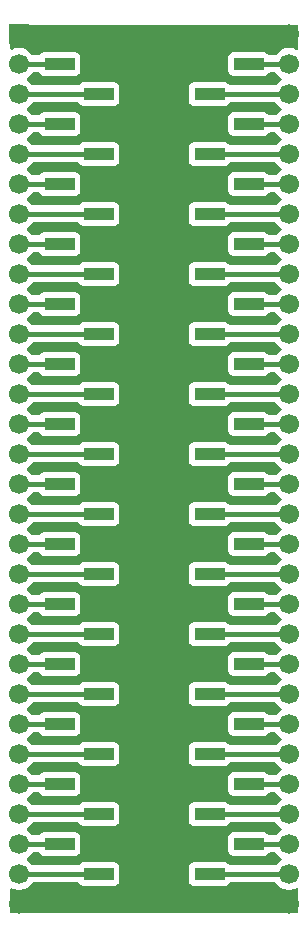
<source format=gbl>
G04 #@! TF.GenerationSoftware,KiCad,Pcbnew,9.0.6*
G04 #@! TF.CreationDate,2026-01-08T14:27:29-06:00*
G04 #@! TF.ProjectId,QFN-56_8x8_P0.5,51464e2d-3536-45f3-9878-385f50302e35,rev?*
G04 #@! TF.SameCoordinates,Original*
G04 #@! TF.FileFunction,Copper,L2,Bot*
G04 #@! TF.FilePolarity,Positive*
%FSLAX46Y46*%
G04 Gerber Fmt 4.6, Leading zero omitted, Abs format (unit mm)*
G04 Created by KiCad (PCBNEW 9.0.6) date 2026-01-08 14:27:29*
%MOMM*%
%LPD*%
G01*
G04 APERTURE LIST*
G04 Aperture macros list*
%AMRotRect*
0 Rectangle, with rotation*
0 The origin of the aperture is its center*
0 $1 length*
0 $2 width*
0 $3 Rotation angle, in degrees counterclockwise*
0 Add horizontal line*
21,1,$1,$2,0,0,$3*%
G04 Aperture macros list end*
G04 #@! TA.AperFunction,HeatsinkPad*
%ADD10C,0.500000*%
G04 #@! TD*
G04 #@! TA.AperFunction,HeatsinkPad*
%ADD11RotRect,4.300000X4.300000X315.000000*%
G04 #@! TD*
G04 #@! TA.AperFunction,ComponentPad*
%ADD12R,1.700000X1.700000*%
G04 #@! TD*
G04 #@! TA.AperFunction,ComponentPad*
%ADD13C,1.700000*%
G04 #@! TD*
G04 #@! TA.AperFunction,SMDPad,CuDef*
%ADD14R,2.510000X1.000000*%
G04 #@! TD*
G04 #@! TA.AperFunction,ViaPad*
%ADD15C,0.600000*%
G04 #@! TD*
G04 #@! TA.AperFunction,Conductor*
%ADD16C,0.450000*%
G04 #@! TD*
G04 APERTURE END LIST*
D10*
X138430000Y-119232994D03*
X137758249Y-119904746D03*
X137086497Y-120576497D03*
X136414746Y-121248249D03*
X135742994Y-121920000D03*
X139101751Y-119904746D03*
X138430000Y-120576497D03*
X137758249Y-121248249D03*
X137086497Y-121920000D03*
X136414746Y-122591751D03*
X139773503Y-120576497D03*
X139101751Y-121248249D03*
X138430000Y-121920000D03*
D11*
X138430000Y-121920000D03*
D10*
X137758249Y-122591751D03*
X137086497Y-123263503D03*
X140445254Y-121248249D03*
X139773503Y-121920000D03*
X139101751Y-122591751D03*
X138430000Y-123263503D03*
X137758249Y-123935254D03*
X141117006Y-121920000D03*
X140445254Y-122591751D03*
X139773503Y-123263503D03*
X139101751Y-123935254D03*
X138430000Y-124607006D03*
D12*
X127000000Y-83820000D03*
D13*
X127000000Y-86360000D03*
X127000000Y-88900000D03*
X127000000Y-91440000D03*
X127000000Y-93980000D03*
X127000000Y-96520000D03*
X127000000Y-99060000D03*
X127000000Y-101600000D03*
X127000000Y-104140000D03*
X127000000Y-106680000D03*
X127000000Y-109220000D03*
X127000000Y-111760000D03*
X127000000Y-114300000D03*
X127000000Y-116840000D03*
X127000000Y-119380000D03*
X127000000Y-121920000D03*
X127000000Y-124460000D03*
X127000000Y-127000000D03*
X127000000Y-129540000D03*
X127000000Y-132080000D03*
X127000000Y-134620000D03*
X127000000Y-137160000D03*
X127000000Y-139700000D03*
X127000000Y-142240000D03*
X127000000Y-144780000D03*
X127000000Y-147320000D03*
X127000000Y-149860000D03*
X127000000Y-152400000D03*
X127000000Y-154940000D03*
X127000000Y-157480000D03*
X149860000Y-83820000D03*
X149860000Y-86360000D03*
X149860000Y-88900000D03*
X149860000Y-91440000D03*
X149860000Y-93980000D03*
X149860000Y-96520000D03*
X149860000Y-99060000D03*
X149860000Y-101600000D03*
X149860000Y-104140000D03*
X149860000Y-106680000D03*
X149860000Y-109220000D03*
X149860000Y-111760000D03*
X149860000Y-114300000D03*
X149860000Y-116840000D03*
X149860000Y-119380000D03*
X149860000Y-121920000D03*
X149860000Y-124460000D03*
X149860000Y-127000000D03*
X149860000Y-129540000D03*
X149860000Y-132080000D03*
X149860000Y-134620000D03*
X149860000Y-137160000D03*
X149860000Y-139700000D03*
X149860000Y-142240000D03*
X149860000Y-144780000D03*
X149860000Y-147320000D03*
X149860000Y-149860000D03*
X149860000Y-152400000D03*
X149860000Y-154940000D03*
X149860000Y-157480000D03*
D14*
X133735000Y-83820000D03*
X130425000Y-86360000D03*
X133735000Y-88900000D03*
X130425000Y-91440000D03*
X133735000Y-93980000D03*
X130425000Y-96520000D03*
X133735000Y-99060000D03*
X130425000Y-101600000D03*
X133735000Y-104140000D03*
X130425000Y-106680000D03*
X133735000Y-109220000D03*
X130425000Y-111760000D03*
X133735000Y-114300000D03*
X130425000Y-116840000D03*
X133735000Y-119380000D03*
X130425000Y-121920000D03*
X133735000Y-124460000D03*
X130425000Y-127000000D03*
X133735000Y-129540000D03*
X130425000Y-132080000D03*
X133735000Y-134620000D03*
X130425000Y-137160000D03*
X133735000Y-139700000D03*
X130425000Y-142240000D03*
X133735000Y-144780000D03*
X130425000Y-147320000D03*
X133735000Y-149860000D03*
X130425000Y-152400000D03*
X133735000Y-154940000D03*
X130425000Y-157480000D03*
X143125000Y-83820000D03*
X146435000Y-86360000D03*
X143125000Y-88900000D03*
X146435000Y-91440000D03*
X143125000Y-93980000D03*
X146435000Y-96520000D03*
X143125000Y-99060000D03*
X146435000Y-101600000D03*
X143125000Y-104140000D03*
X146435000Y-106680000D03*
X143125000Y-109220000D03*
X146435000Y-111760000D03*
X143125000Y-114300000D03*
X146435000Y-116840000D03*
X143125000Y-119380000D03*
X146435000Y-121920000D03*
X143125000Y-124460000D03*
X146435000Y-127000000D03*
X143125000Y-129540000D03*
X146435000Y-132080000D03*
X143125000Y-134620000D03*
X146435000Y-137160000D03*
X143125000Y-139700000D03*
X146435000Y-142240000D03*
X143125000Y-144780000D03*
X146435000Y-147320000D03*
X143125000Y-149860000D03*
X146435000Y-152400000D03*
X143125000Y-154940000D03*
X146435000Y-157480000D03*
D15*
X138430000Y-97790000D03*
X138430000Y-145796000D03*
X138430000Y-115570000D03*
X138430000Y-128270000D03*
D16*
X130425000Y-152400000D02*
X127000000Y-152400000D01*
X133735000Y-109220000D02*
X127000000Y-109220000D01*
X127000000Y-91440000D02*
X130425000Y-91440000D01*
X133735000Y-99060000D02*
X127000000Y-99060000D01*
X133735000Y-104140000D02*
X127000000Y-104140000D01*
X127000000Y-86360000D02*
X130425000Y-86360000D01*
X143125000Y-149860000D02*
X149860000Y-149860000D01*
X127000000Y-101600000D02*
X130425000Y-101600000D01*
X127000000Y-154940000D02*
X133735000Y-154940000D01*
X133735000Y-88900000D02*
X127000000Y-88900000D01*
X149860000Y-147320000D02*
X146435000Y-147320000D01*
X133735000Y-144780000D02*
X127000000Y-144780000D01*
X127000000Y-142240000D02*
X130425000Y-142240000D01*
X127000000Y-132080000D02*
X130425000Y-132080000D01*
X133735000Y-134620000D02*
X127000000Y-134620000D01*
X133735000Y-129540000D02*
X127000000Y-129540000D01*
X127000000Y-106680000D02*
X130425000Y-106680000D01*
X133735000Y-119380000D02*
X127000000Y-119380000D01*
X149860000Y-142240000D02*
X146435000Y-142240000D01*
X127000000Y-149860000D02*
X133735000Y-149860000D01*
X127000000Y-137160000D02*
X130425000Y-137160000D01*
X133735000Y-124460000D02*
X127000000Y-124460000D01*
X143125000Y-154940000D02*
X149860000Y-154940000D01*
X127000000Y-121920000D02*
X130425000Y-121920000D01*
X130425000Y-147320000D02*
X127000000Y-147320000D01*
X146435000Y-152400000D02*
X149860000Y-152400000D01*
X143125000Y-144780000D02*
X149860000Y-144780000D01*
X127000000Y-127000000D02*
X130425000Y-127000000D01*
X127000000Y-96520000D02*
X130425000Y-96520000D01*
X133735000Y-93980000D02*
X127000000Y-93980000D01*
X127000000Y-116840000D02*
X130425000Y-116840000D01*
X133735000Y-114300000D02*
X127000000Y-114300000D01*
X127000000Y-111760000D02*
X130425000Y-111760000D01*
X133735000Y-139700000D02*
X127000000Y-139700000D01*
X143125000Y-119380000D02*
X149860000Y-119380000D01*
X149860000Y-127000000D02*
X146435000Y-127000000D01*
X143125000Y-124460000D02*
X149860000Y-124460000D01*
X149860000Y-106680000D02*
X146435000Y-106680000D01*
X143125000Y-139700000D02*
X149860000Y-139700000D01*
X143125000Y-134620000D02*
X149860000Y-134620000D01*
X143125000Y-104140000D02*
X149860000Y-104140000D01*
X143125000Y-114300000D02*
X149860000Y-114300000D01*
X143125000Y-109220000D02*
X149860000Y-109220000D01*
X143125000Y-129540000D02*
X149860000Y-129540000D01*
X149860000Y-111760000D02*
X146435000Y-111760000D01*
X149860000Y-116840000D02*
X146435000Y-116840000D01*
X149860000Y-121920000D02*
X146435000Y-121920000D01*
X149860000Y-132080000D02*
X146435000Y-132080000D01*
X149860000Y-137160000D02*
X146435000Y-137160000D01*
X146435000Y-157480000D02*
X149860000Y-157480000D01*
X127000000Y-83820000D02*
X133735000Y-83820000D01*
X143125000Y-83820000D02*
X149860000Y-83820000D01*
X130425000Y-157480000D02*
X127000000Y-157480000D01*
X149860000Y-96520000D02*
X146435000Y-96520000D01*
X149860000Y-91440000D02*
X146435000Y-91440000D01*
X146435000Y-86360000D02*
X149860000Y-86360000D01*
X143125000Y-88900000D02*
X149860000Y-88900000D01*
X143125000Y-99060000D02*
X149860000Y-99060000D01*
X143125000Y-93980000D02*
X149860000Y-93980000D01*
X149860000Y-101600000D02*
X146435000Y-101600000D01*
G04 #@! TA.AperFunction,Conductor*
G36*
X150572539Y-83070185D02*
G01*
X150618294Y-83122989D01*
X150629500Y-83174500D01*
X150629500Y-85034028D01*
X150609815Y-85101067D01*
X150557011Y-85146822D01*
X150487853Y-85156766D01*
X150449206Y-85144513D01*
X150378417Y-85108445D01*
X150378414Y-85108444D01*
X150378412Y-85108443D01*
X150176243Y-85042754D01*
X150176241Y-85042753D01*
X150176240Y-85042753D01*
X150014957Y-85017208D01*
X149966287Y-85009500D01*
X149753713Y-85009500D01*
X149705042Y-85017208D01*
X149543760Y-85042753D01*
X149341585Y-85108444D01*
X149152179Y-85204951D01*
X148980213Y-85329890D01*
X148829892Y-85480211D01*
X148754935Y-85583384D01*
X148699605Y-85626051D01*
X148654616Y-85634500D01*
X148208465Y-85634500D01*
X148141426Y-85614815D01*
X148109198Y-85584811D01*
X148108130Y-85583384D01*
X148047546Y-85502454D01*
X148017829Y-85480208D01*
X147932335Y-85416206D01*
X147932328Y-85416202D01*
X147797482Y-85365908D01*
X147797483Y-85365908D01*
X147737883Y-85359501D01*
X147737881Y-85359500D01*
X147737873Y-85359500D01*
X147737864Y-85359500D01*
X145132129Y-85359500D01*
X145132123Y-85359501D01*
X145072516Y-85365908D01*
X144937671Y-85416202D01*
X144937664Y-85416206D01*
X144822455Y-85502452D01*
X144822452Y-85502455D01*
X144736206Y-85617664D01*
X144736202Y-85617671D01*
X144685908Y-85752517D01*
X144679501Y-85812116D01*
X144679501Y-85812123D01*
X144679500Y-85812135D01*
X144679500Y-86907870D01*
X144679501Y-86907876D01*
X144685908Y-86967483D01*
X144736202Y-87102328D01*
X144736206Y-87102335D01*
X144822452Y-87217544D01*
X144822455Y-87217547D01*
X144937664Y-87303793D01*
X144937671Y-87303797D01*
X145072517Y-87354091D01*
X145072516Y-87354091D01*
X145079444Y-87354835D01*
X145132127Y-87360500D01*
X147737872Y-87360499D01*
X147797483Y-87354091D01*
X147932331Y-87303796D01*
X148047546Y-87217546D01*
X148109199Y-87135188D01*
X148165132Y-87093318D01*
X148208465Y-87085500D01*
X148654616Y-87085500D01*
X148721655Y-87105185D01*
X148754935Y-87136616D01*
X148829892Y-87239788D01*
X148980213Y-87390109D01*
X149152182Y-87515050D01*
X149160946Y-87519516D01*
X149211742Y-87567491D01*
X149228536Y-87635312D01*
X149205998Y-87701447D01*
X149160946Y-87740484D01*
X149152182Y-87744949D01*
X148980213Y-87869890D01*
X148829892Y-88020211D01*
X148754935Y-88123384D01*
X148699605Y-88166051D01*
X148654616Y-88174500D01*
X144898465Y-88174500D01*
X144831426Y-88154815D01*
X144799198Y-88124811D01*
X144798130Y-88123384D01*
X144737546Y-88042454D01*
X144707829Y-88020208D01*
X144622335Y-87956206D01*
X144622328Y-87956202D01*
X144487482Y-87905908D01*
X144487483Y-87905908D01*
X144427883Y-87899501D01*
X144427881Y-87899500D01*
X144427873Y-87899500D01*
X144427864Y-87899500D01*
X141822129Y-87899500D01*
X141822123Y-87899501D01*
X141762516Y-87905908D01*
X141627671Y-87956202D01*
X141627664Y-87956206D01*
X141512455Y-88042452D01*
X141512452Y-88042455D01*
X141426206Y-88157664D01*
X141426202Y-88157671D01*
X141375908Y-88292517D01*
X141369501Y-88352116D01*
X141369501Y-88352123D01*
X141369500Y-88352135D01*
X141369500Y-89447870D01*
X141369501Y-89447876D01*
X141375908Y-89507483D01*
X141426202Y-89642328D01*
X141426206Y-89642335D01*
X141512452Y-89757544D01*
X141512455Y-89757547D01*
X141627664Y-89843793D01*
X141627671Y-89843797D01*
X141762517Y-89894091D01*
X141762516Y-89894091D01*
X141769444Y-89894835D01*
X141822127Y-89900500D01*
X144427872Y-89900499D01*
X144487483Y-89894091D01*
X144622331Y-89843796D01*
X144737546Y-89757546D01*
X144799199Y-89675188D01*
X144855132Y-89633318D01*
X144898465Y-89625500D01*
X148654616Y-89625500D01*
X148721655Y-89645185D01*
X148754935Y-89676616D01*
X148829892Y-89779788D01*
X148980213Y-89930109D01*
X149152182Y-90055050D01*
X149160946Y-90059516D01*
X149211742Y-90107491D01*
X149228536Y-90175312D01*
X149205998Y-90241447D01*
X149160946Y-90280484D01*
X149152182Y-90284949D01*
X148980213Y-90409890D01*
X148829892Y-90560211D01*
X148754935Y-90663384D01*
X148699605Y-90706051D01*
X148654616Y-90714500D01*
X148208465Y-90714500D01*
X148141426Y-90694815D01*
X148109198Y-90664811D01*
X148108130Y-90663384D01*
X148047546Y-90582454D01*
X148017829Y-90560208D01*
X147932335Y-90496206D01*
X147932328Y-90496202D01*
X147797482Y-90445908D01*
X147797483Y-90445908D01*
X147737883Y-90439501D01*
X147737881Y-90439500D01*
X147737873Y-90439500D01*
X147737864Y-90439500D01*
X145132129Y-90439500D01*
X145132123Y-90439501D01*
X145072516Y-90445908D01*
X144937671Y-90496202D01*
X144937664Y-90496206D01*
X144822455Y-90582452D01*
X144822452Y-90582455D01*
X144736206Y-90697664D01*
X144736202Y-90697671D01*
X144685908Y-90832517D01*
X144679501Y-90892116D01*
X144679501Y-90892123D01*
X144679500Y-90892135D01*
X144679500Y-91987870D01*
X144679501Y-91987876D01*
X144685908Y-92047483D01*
X144736202Y-92182328D01*
X144736206Y-92182335D01*
X144822452Y-92297544D01*
X144822455Y-92297547D01*
X144937664Y-92383793D01*
X144937671Y-92383797D01*
X145072517Y-92434091D01*
X145072516Y-92434091D01*
X145079444Y-92434835D01*
X145132127Y-92440500D01*
X147737872Y-92440499D01*
X147797483Y-92434091D01*
X147932331Y-92383796D01*
X148047546Y-92297546D01*
X148109199Y-92215188D01*
X148165132Y-92173318D01*
X148208465Y-92165500D01*
X148654616Y-92165500D01*
X148721655Y-92185185D01*
X148754935Y-92216616D01*
X148829892Y-92319788D01*
X148980213Y-92470109D01*
X149152182Y-92595050D01*
X149160946Y-92599516D01*
X149211742Y-92647491D01*
X149228536Y-92715312D01*
X149205998Y-92781447D01*
X149160946Y-92820484D01*
X149152182Y-92824949D01*
X148980213Y-92949890D01*
X148829892Y-93100211D01*
X148754935Y-93203384D01*
X148699605Y-93246051D01*
X148654616Y-93254500D01*
X144898465Y-93254500D01*
X144831426Y-93234815D01*
X144799198Y-93204811D01*
X144798130Y-93203384D01*
X144737546Y-93122454D01*
X144707829Y-93100208D01*
X144622335Y-93036206D01*
X144622328Y-93036202D01*
X144487482Y-92985908D01*
X144487483Y-92985908D01*
X144427883Y-92979501D01*
X144427881Y-92979500D01*
X144427873Y-92979500D01*
X144427864Y-92979500D01*
X141822129Y-92979500D01*
X141822123Y-92979501D01*
X141762516Y-92985908D01*
X141627671Y-93036202D01*
X141627664Y-93036206D01*
X141512455Y-93122452D01*
X141512452Y-93122455D01*
X141426206Y-93237664D01*
X141426202Y-93237671D01*
X141375908Y-93372517D01*
X141369501Y-93432116D01*
X141369501Y-93432123D01*
X141369500Y-93432135D01*
X141369500Y-94527870D01*
X141369501Y-94527876D01*
X141375908Y-94587483D01*
X141426202Y-94722328D01*
X141426206Y-94722335D01*
X141512452Y-94837544D01*
X141512455Y-94837547D01*
X141627664Y-94923793D01*
X141627671Y-94923797D01*
X141762517Y-94974091D01*
X141762516Y-94974091D01*
X141769444Y-94974835D01*
X141822127Y-94980500D01*
X144427872Y-94980499D01*
X144487483Y-94974091D01*
X144622331Y-94923796D01*
X144737546Y-94837546D01*
X144799199Y-94755188D01*
X144855132Y-94713318D01*
X144898465Y-94705500D01*
X148654616Y-94705500D01*
X148721655Y-94725185D01*
X148754935Y-94756616D01*
X148829892Y-94859788D01*
X148980213Y-95010109D01*
X149152182Y-95135050D01*
X149160946Y-95139516D01*
X149211742Y-95187491D01*
X149228536Y-95255312D01*
X149205998Y-95321447D01*
X149160946Y-95360484D01*
X149152182Y-95364949D01*
X148980213Y-95489890D01*
X148829892Y-95640211D01*
X148754935Y-95743384D01*
X148699605Y-95786051D01*
X148654616Y-95794500D01*
X148208465Y-95794500D01*
X148141426Y-95774815D01*
X148109198Y-95744811D01*
X148108130Y-95743384D01*
X148047546Y-95662454D01*
X148017829Y-95640208D01*
X147932335Y-95576206D01*
X147932328Y-95576202D01*
X147797482Y-95525908D01*
X147797483Y-95525908D01*
X147737883Y-95519501D01*
X147737881Y-95519500D01*
X147737873Y-95519500D01*
X147737864Y-95519500D01*
X145132129Y-95519500D01*
X145132123Y-95519501D01*
X145072516Y-95525908D01*
X144937671Y-95576202D01*
X144937664Y-95576206D01*
X144822455Y-95662452D01*
X144822452Y-95662455D01*
X144736206Y-95777664D01*
X144736202Y-95777671D01*
X144685908Y-95912517D01*
X144679501Y-95972116D01*
X144679501Y-95972123D01*
X144679500Y-95972135D01*
X144679500Y-97067870D01*
X144679501Y-97067876D01*
X144685908Y-97127483D01*
X144736202Y-97262328D01*
X144736206Y-97262335D01*
X144822452Y-97377544D01*
X144822455Y-97377547D01*
X144937664Y-97463793D01*
X144937671Y-97463797D01*
X145072517Y-97514091D01*
X145072516Y-97514091D01*
X145079444Y-97514835D01*
X145132127Y-97520500D01*
X147737872Y-97520499D01*
X147797483Y-97514091D01*
X147932331Y-97463796D01*
X148047546Y-97377546D01*
X148109199Y-97295188D01*
X148165132Y-97253318D01*
X148208465Y-97245500D01*
X148654616Y-97245500D01*
X148721655Y-97265185D01*
X148754935Y-97296616D01*
X148829892Y-97399788D01*
X148980213Y-97550109D01*
X149152182Y-97675050D01*
X149160946Y-97679516D01*
X149211742Y-97727491D01*
X149228536Y-97795312D01*
X149205998Y-97861447D01*
X149160946Y-97900484D01*
X149152182Y-97904949D01*
X148980213Y-98029890D01*
X148829892Y-98180211D01*
X148754935Y-98283384D01*
X148699605Y-98326051D01*
X148654616Y-98334500D01*
X144898465Y-98334500D01*
X144831426Y-98314815D01*
X144799198Y-98284811D01*
X144798130Y-98283384D01*
X144737546Y-98202454D01*
X144707829Y-98180208D01*
X144622335Y-98116206D01*
X144622328Y-98116202D01*
X144487482Y-98065908D01*
X144487483Y-98065908D01*
X144427883Y-98059501D01*
X144427881Y-98059500D01*
X144427873Y-98059500D01*
X144427864Y-98059500D01*
X141822129Y-98059500D01*
X141822123Y-98059501D01*
X141762516Y-98065908D01*
X141627671Y-98116202D01*
X141627664Y-98116206D01*
X141512455Y-98202452D01*
X141512452Y-98202455D01*
X141426206Y-98317664D01*
X141426202Y-98317671D01*
X141375908Y-98452517D01*
X141369501Y-98512116D01*
X141369501Y-98512123D01*
X141369500Y-98512135D01*
X141369500Y-99607870D01*
X141369501Y-99607876D01*
X141375908Y-99667483D01*
X141426202Y-99802328D01*
X141426206Y-99802335D01*
X141512452Y-99917544D01*
X141512455Y-99917547D01*
X141627664Y-100003793D01*
X141627671Y-100003797D01*
X141762517Y-100054091D01*
X141762516Y-100054091D01*
X141769444Y-100054835D01*
X141822127Y-100060500D01*
X144427872Y-100060499D01*
X144487483Y-100054091D01*
X144622331Y-100003796D01*
X144737546Y-99917546D01*
X144799199Y-99835188D01*
X144855132Y-99793318D01*
X144898465Y-99785500D01*
X148654616Y-99785500D01*
X148721655Y-99805185D01*
X148754935Y-99836616D01*
X148829892Y-99939788D01*
X148980213Y-100090109D01*
X149152182Y-100215050D01*
X149160946Y-100219516D01*
X149211742Y-100267491D01*
X149228536Y-100335312D01*
X149205998Y-100401447D01*
X149160946Y-100440484D01*
X149152182Y-100444949D01*
X148980213Y-100569890D01*
X148829892Y-100720211D01*
X148754935Y-100823384D01*
X148699605Y-100866051D01*
X148654616Y-100874500D01*
X148208465Y-100874500D01*
X148141426Y-100854815D01*
X148109198Y-100824811D01*
X148108130Y-100823384D01*
X148047546Y-100742454D01*
X148017829Y-100720208D01*
X147932335Y-100656206D01*
X147932328Y-100656202D01*
X147797482Y-100605908D01*
X147797483Y-100605908D01*
X147737883Y-100599501D01*
X147737881Y-100599500D01*
X147737873Y-100599500D01*
X147737864Y-100599500D01*
X145132129Y-100599500D01*
X145132123Y-100599501D01*
X145072516Y-100605908D01*
X144937671Y-100656202D01*
X144937664Y-100656206D01*
X144822455Y-100742452D01*
X144822452Y-100742455D01*
X144736206Y-100857664D01*
X144736202Y-100857671D01*
X144685908Y-100992517D01*
X144679501Y-101052116D01*
X144679501Y-101052123D01*
X144679500Y-101052135D01*
X144679500Y-102147870D01*
X144679501Y-102147876D01*
X144685908Y-102207483D01*
X144736202Y-102342328D01*
X144736206Y-102342335D01*
X144822452Y-102457544D01*
X144822455Y-102457547D01*
X144937664Y-102543793D01*
X144937671Y-102543797D01*
X145072517Y-102594091D01*
X145072516Y-102594091D01*
X145079444Y-102594835D01*
X145132127Y-102600500D01*
X147737872Y-102600499D01*
X147797483Y-102594091D01*
X147932331Y-102543796D01*
X148047546Y-102457546D01*
X148109199Y-102375188D01*
X148165132Y-102333318D01*
X148208465Y-102325500D01*
X148654616Y-102325500D01*
X148721655Y-102345185D01*
X148754935Y-102376616D01*
X148829892Y-102479788D01*
X148980213Y-102630109D01*
X149152182Y-102755050D01*
X149160946Y-102759516D01*
X149211742Y-102807491D01*
X149228536Y-102875312D01*
X149205998Y-102941447D01*
X149160946Y-102980484D01*
X149152182Y-102984949D01*
X148980213Y-103109890D01*
X148829892Y-103260211D01*
X148754935Y-103363384D01*
X148699605Y-103406051D01*
X148654616Y-103414500D01*
X144898465Y-103414500D01*
X144831426Y-103394815D01*
X144799198Y-103364811D01*
X144798130Y-103363384D01*
X144737546Y-103282454D01*
X144707829Y-103260208D01*
X144622335Y-103196206D01*
X144622328Y-103196202D01*
X144487482Y-103145908D01*
X144487483Y-103145908D01*
X144427883Y-103139501D01*
X144427881Y-103139500D01*
X144427873Y-103139500D01*
X144427864Y-103139500D01*
X141822129Y-103139500D01*
X141822123Y-103139501D01*
X141762516Y-103145908D01*
X141627671Y-103196202D01*
X141627664Y-103196206D01*
X141512455Y-103282452D01*
X141512452Y-103282455D01*
X141426206Y-103397664D01*
X141426202Y-103397671D01*
X141375908Y-103532517D01*
X141369501Y-103592116D01*
X141369501Y-103592123D01*
X141369500Y-103592135D01*
X141369500Y-104687870D01*
X141369501Y-104687876D01*
X141375908Y-104747483D01*
X141426202Y-104882328D01*
X141426206Y-104882335D01*
X141512452Y-104997544D01*
X141512455Y-104997547D01*
X141627664Y-105083793D01*
X141627671Y-105083797D01*
X141762517Y-105134091D01*
X141762516Y-105134091D01*
X141769444Y-105134835D01*
X141822127Y-105140500D01*
X144427872Y-105140499D01*
X144487483Y-105134091D01*
X144622331Y-105083796D01*
X144737546Y-104997546D01*
X144799199Y-104915188D01*
X144855132Y-104873318D01*
X144898465Y-104865500D01*
X148654616Y-104865500D01*
X148721655Y-104885185D01*
X148754935Y-104916616D01*
X148829892Y-105019788D01*
X148980213Y-105170109D01*
X149152182Y-105295050D01*
X149160946Y-105299516D01*
X149211742Y-105347491D01*
X149228536Y-105415312D01*
X149205998Y-105481447D01*
X149160946Y-105520484D01*
X149152182Y-105524949D01*
X148980213Y-105649890D01*
X148829892Y-105800211D01*
X148754935Y-105903384D01*
X148699605Y-105946051D01*
X148654616Y-105954500D01*
X148208465Y-105954500D01*
X148141426Y-105934815D01*
X148109198Y-105904811D01*
X148108130Y-105903384D01*
X148047546Y-105822454D01*
X148017829Y-105800208D01*
X147932335Y-105736206D01*
X147932328Y-105736202D01*
X147797482Y-105685908D01*
X147797483Y-105685908D01*
X147737883Y-105679501D01*
X147737881Y-105679500D01*
X147737873Y-105679500D01*
X147737864Y-105679500D01*
X145132129Y-105679500D01*
X145132123Y-105679501D01*
X145072516Y-105685908D01*
X144937671Y-105736202D01*
X144937664Y-105736206D01*
X144822455Y-105822452D01*
X144822452Y-105822455D01*
X144736206Y-105937664D01*
X144736202Y-105937671D01*
X144685908Y-106072517D01*
X144679501Y-106132116D01*
X144679501Y-106132123D01*
X144679500Y-106132135D01*
X144679500Y-107227870D01*
X144679501Y-107227876D01*
X144685908Y-107287483D01*
X144736202Y-107422328D01*
X144736206Y-107422335D01*
X144822452Y-107537544D01*
X144822455Y-107537547D01*
X144937664Y-107623793D01*
X144937671Y-107623797D01*
X145072517Y-107674091D01*
X145072516Y-107674091D01*
X145079444Y-107674835D01*
X145132127Y-107680500D01*
X147737872Y-107680499D01*
X147797483Y-107674091D01*
X147932331Y-107623796D01*
X148047546Y-107537546D01*
X148109199Y-107455188D01*
X148165132Y-107413318D01*
X148208465Y-107405500D01*
X148654616Y-107405500D01*
X148721655Y-107425185D01*
X148754935Y-107456616D01*
X148829892Y-107559788D01*
X148980213Y-107710109D01*
X149152182Y-107835050D01*
X149160946Y-107839516D01*
X149211742Y-107887491D01*
X149228536Y-107955312D01*
X149205998Y-108021447D01*
X149160946Y-108060484D01*
X149152182Y-108064949D01*
X148980213Y-108189890D01*
X148829892Y-108340211D01*
X148754935Y-108443384D01*
X148699605Y-108486051D01*
X148654616Y-108494500D01*
X144898465Y-108494500D01*
X144831426Y-108474815D01*
X144799198Y-108444811D01*
X144798130Y-108443384D01*
X144737546Y-108362454D01*
X144707829Y-108340208D01*
X144622335Y-108276206D01*
X144622328Y-108276202D01*
X144487482Y-108225908D01*
X144487483Y-108225908D01*
X144427883Y-108219501D01*
X144427881Y-108219500D01*
X144427873Y-108219500D01*
X144427864Y-108219500D01*
X141822129Y-108219500D01*
X141822123Y-108219501D01*
X141762516Y-108225908D01*
X141627671Y-108276202D01*
X141627664Y-108276206D01*
X141512455Y-108362452D01*
X141512452Y-108362455D01*
X141426206Y-108477664D01*
X141426202Y-108477671D01*
X141375908Y-108612517D01*
X141369501Y-108672116D01*
X141369501Y-108672123D01*
X141369500Y-108672135D01*
X141369500Y-109767870D01*
X141369501Y-109767876D01*
X141375908Y-109827483D01*
X141426202Y-109962328D01*
X141426206Y-109962335D01*
X141512452Y-110077544D01*
X141512455Y-110077547D01*
X141627664Y-110163793D01*
X141627671Y-110163797D01*
X141762517Y-110214091D01*
X141762516Y-110214091D01*
X141769444Y-110214835D01*
X141822127Y-110220500D01*
X144427872Y-110220499D01*
X144487483Y-110214091D01*
X144622331Y-110163796D01*
X144737546Y-110077546D01*
X144799199Y-109995188D01*
X144855132Y-109953318D01*
X144898465Y-109945500D01*
X148654616Y-109945500D01*
X148721655Y-109965185D01*
X148754935Y-109996616D01*
X148829892Y-110099788D01*
X148980213Y-110250109D01*
X149152182Y-110375050D01*
X149160946Y-110379516D01*
X149211742Y-110427491D01*
X149228536Y-110495312D01*
X149205998Y-110561447D01*
X149160946Y-110600484D01*
X149152182Y-110604949D01*
X148980213Y-110729890D01*
X148829892Y-110880211D01*
X148754935Y-110983384D01*
X148699605Y-111026051D01*
X148654616Y-111034500D01*
X148208465Y-111034500D01*
X148141426Y-111014815D01*
X148109198Y-110984811D01*
X148108130Y-110983384D01*
X148047546Y-110902454D01*
X148017829Y-110880208D01*
X147932335Y-110816206D01*
X147932328Y-110816202D01*
X147797482Y-110765908D01*
X147797483Y-110765908D01*
X147737883Y-110759501D01*
X147737881Y-110759500D01*
X147737873Y-110759500D01*
X147737864Y-110759500D01*
X145132129Y-110759500D01*
X145132123Y-110759501D01*
X145072516Y-110765908D01*
X144937671Y-110816202D01*
X144937664Y-110816206D01*
X144822455Y-110902452D01*
X144822452Y-110902455D01*
X144736206Y-111017664D01*
X144736202Y-111017671D01*
X144685908Y-111152517D01*
X144679501Y-111212116D01*
X144679501Y-111212123D01*
X144679500Y-111212135D01*
X144679500Y-112307870D01*
X144679501Y-112307876D01*
X144685908Y-112367483D01*
X144736202Y-112502328D01*
X144736206Y-112502335D01*
X144822452Y-112617544D01*
X144822455Y-112617547D01*
X144937664Y-112703793D01*
X144937671Y-112703797D01*
X145072517Y-112754091D01*
X145072516Y-112754091D01*
X145079444Y-112754835D01*
X145132127Y-112760500D01*
X147737872Y-112760499D01*
X147797483Y-112754091D01*
X147932331Y-112703796D01*
X148047546Y-112617546D01*
X148109199Y-112535188D01*
X148165132Y-112493318D01*
X148208465Y-112485500D01*
X148654616Y-112485500D01*
X148721655Y-112505185D01*
X148754935Y-112536616D01*
X148829892Y-112639788D01*
X148980213Y-112790109D01*
X149152182Y-112915050D01*
X149160946Y-112919516D01*
X149211742Y-112967491D01*
X149228536Y-113035312D01*
X149205998Y-113101447D01*
X149160946Y-113140484D01*
X149152182Y-113144949D01*
X148980213Y-113269890D01*
X148829892Y-113420211D01*
X148754935Y-113523384D01*
X148699605Y-113566051D01*
X148654616Y-113574500D01*
X144898465Y-113574500D01*
X144831426Y-113554815D01*
X144799198Y-113524811D01*
X144798130Y-113523384D01*
X144737546Y-113442454D01*
X144707829Y-113420208D01*
X144622335Y-113356206D01*
X144622328Y-113356202D01*
X144487482Y-113305908D01*
X144487483Y-113305908D01*
X144427883Y-113299501D01*
X144427881Y-113299500D01*
X144427873Y-113299500D01*
X144427864Y-113299500D01*
X141822129Y-113299500D01*
X141822123Y-113299501D01*
X141762516Y-113305908D01*
X141627671Y-113356202D01*
X141627664Y-113356206D01*
X141512455Y-113442452D01*
X141512452Y-113442455D01*
X141426206Y-113557664D01*
X141426202Y-113557671D01*
X141375908Y-113692517D01*
X141369501Y-113752116D01*
X141369501Y-113752123D01*
X141369500Y-113752135D01*
X141369500Y-114847870D01*
X141369501Y-114847876D01*
X141375908Y-114907483D01*
X141426202Y-115042328D01*
X141426206Y-115042335D01*
X141512452Y-115157544D01*
X141512455Y-115157547D01*
X141627664Y-115243793D01*
X141627671Y-115243797D01*
X141762517Y-115294091D01*
X141762516Y-115294091D01*
X141769444Y-115294835D01*
X141822127Y-115300500D01*
X144427872Y-115300499D01*
X144487483Y-115294091D01*
X144622331Y-115243796D01*
X144737546Y-115157546D01*
X144799199Y-115075188D01*
X144855132Y-115033318D01*
X144898465Y-115025500D01*
X148654616Y-115025500D01*
X148721655Y-115045185D01*
X148754935Y-115076616D01*
X148829892Y-115179788D01*
X148980213Y-115330109D01*
X149152182Y-115455050D01*
X149160946Y-115459516D01*
X149211742Y-115507491D01*
X149228536Y-115575312D01*
X149205998Y-115641447D01*
X149160946Y-115680484D01*
X149152182Y-115684949D01*
X148980213Y-115809890D01*
X148829892Y-115960211D01*
X148754935Y-116063384D01*
X148699605Y-116106051D01*
X148654616Y-116114500D01*
X148208465Y-116114500D01*
X148141426Y-116094815D01*
X148109198Y-116064811D01*
X148108130Y-116063384D01*
X148047546Y-115982454D01*
X148017829Y-115960208D01*
X147932335Y-115896206D01*
X147932328Y-115896202D01*
X147797482Y-115845908D01*
X147797483Y-115845908D01*
X147737883Y-115839501D01*
X147737881Y-115839500D01*
X147737873Y-115839500D01*
X147737864Y-115839500D01*
X145132129Y-115839500D01*
X145132123Y-115839501D01*
X145072516Y-115845908D01*
X144937671Y-115896202D01*
X144937664Y-115896206D01*
X144822455Y-115982452D01*
X144822452Y-115982455D01*
X144736206Y-116097664D01*
X144736202Y-116097671D01*
X144685908Y-116232517D01*
X144679501Y-116292116D01*
X144679501Y-116292123D01*
X144679500Y-116292135D01*
X144679500Y-117387870D01*
X144679501Y-117387876D01*
X144685908Y-117447483D01*
X144736202Y-117582328D01*
X144736206Y-117582335D01*
X144822452Y-117697544D01*
X144822455Y-117697547D01*
X144937664Y-117783793D01*
X144937671Y-117783797D01*
X145072517Y-117834091D01*
X145072516Y-117834091D01*
X145079444Y-117834835D01*
X145132127Y-117840500D01*
X147737872Y-117840499D01*
X147797483Y-117834091D01*
X147932331Y-117783796D01*
X148047546Y-117697546D01*
X148109199Y-117615188D01*
X148165132Y-117573318D01*
X148208465Y-117565500D01*
X148654616Y-117565500D01*
X148721655Y-117585185D01*
X148754935Y-117616616D01*
X148829892Y-117719788D01*
X148980213Y-117870109D01*
X149152182Y-117995050D01*
X149160946Y-117999516D01*
X149211742Y-118047491D01*
X149228536Y-118115312D01*
X149205998Y-118181447D01*
X149160946Y-118220484D01*
X149152182Y-118224949D01*
X148980213Y-118349890D01*
X148829892Y-118500211D01*
X148754935Y-118603384D01*
X148699605Y-118646051D01*
X148654616Y-118654500D01*
X144898465Y-118654500D01*
X144831426Y-118634815D01*
X144799198Y-118604811D01*
X144798130Y-118603384D01*
X144737546Y-118522454D01*
X144707829Y-118500208D01*
X144622335Y-118436206D01*
X144622328Y-118436202D01*
X144487482Y-118385908D01*
X144487483Y-118385908D01*
X144427883Y-118379501D01*
X144427881Y-118379500D01*
X144427873Y-118379500D01*
X144427864Y-118379500D01*
X141822129Y-118379500D01*
X141822123Y-118379501D01*
X141762516Y-118385908D01*
X141627671Y-118436202D01*
X141627664Y-118436206D01*
X141512455Y-118522452D01*
X141512452Y-118522455D01*
X141426206Y-118637664D01*
X141426202Y-118637671D01*
X141375908Y-118772517D01*
X141369501Y-118832116D01*
X141369501Y-118832123D01*
X141369500Y-118832135D01*
X141369500Y-119927870D01*
X141369501Y-119927876D01*
X141375908Y-119987483D01*
X141426202Y-120122328D01*
X141426206Y-120122335D01*
X141512452Y-120237544D01*
X141512455Y-120237547D01*
X141627664Y-120323793D01*
X141627671Y-120323797D01*
X141762517Y-120374091D01*
X141762516Y-120374091D01*
X141769444Y-120374835D01*
X141822127Y-120380500D01*
X144427872Y-120380499D01*
X144487483Y-120374091D01*
X144622331Y-120323796D01*
X144737546Y-120237546D01*
X144799199Y-120155188D01*
X144855132Y-120113318D01*
X144898465Y-120105500D01*
X148654616Y-120105500D01*
X148721655Y-120125185D01*
X148754935Y-120156616D01*
X148829892Y-120259788D01*
X148980213Y-120410109D01*
X149152182Y-120535050D01*
X149160946Y-120539516D01*
X149211742Y-120587491D01*
X149228536Y-120655312D01*
X149205998Y-120721447D01*
X149160946Y-120760484D01*
X149152182Y-120764949D01*
X148980213Y-120889890D01*
X148829892Y-121040211D01*
X148754935Y-121143384D01*
X148699605Y-121186051D01*
X148654616Y-121194500D01*
X148208465Y-121194500D01*
X148141426Y-121174815D01*
X148109198Y-121144811D01*
X148108130Y-121143384D01*
X148047546Y-121062454D01*
X148017829Y-121040208D01*
X147932335Y-120976206D01*
X147932328Y-120976202D01*
X147797482Y-120925908D01*
X147797483Y-120925908D01*
X147737883Y-120919501D01*
X147737881Y-120919500D01*
X147737873Y-120919500D01*
X147737864Y-120919500D01*
X145132129Y-120919500D01*
X145132123Y-120919501D01*
X145072516Y-120925908D01*
X144937671Y-120976202D01*
X144937664Y-120976206D01*
X144822455Y-121062452D01*
X144822452Y-121062455D01*
X144736206Y-121177664D01*
X144736202Y-121177671D01*
X144685908Y-121312517D01*
X144679501Y-121372116D01*
X144679501Y-121372123D01*
X144679500Y-121372135D01*
X144679500Y-122467870D01*
X144679501Y-122467876D01*
X144685908Y-122527483D01*
X144736202Y-122662328D01*
X144736206Y-122662335D01*
X144822452Y-122777544D01*
X144822455Y-122777547D01*
X144937664Y-122863793D01*
X144937671Y-122863797D01*
X145072517Y-122914091D01*
X145072516Y-122914091D01*
X145079444Y-122914835D01*
X145132127Y-122920500D01*
X147737872Y-122920499D01*
X147797483Y-122914091D01*
X147932331Y-122863796D01*
X148047546Y-122777546D01*
X148109199Y-122695188D01*
X148165132Y-122653318D01*
X148208465Y-122645500D01*
X148654616Y-122645500D01*
X148721655Y-122665185D01*
X148754935Y-122696616D01*
X148829892Y-122799788D01*
X148980213Y-122950109D01*
X149152182Y-123075050D01*
X149160946Y-123079516D01*
X149211742Y-123127491D01*
X149228536Y-123195312D01*
X149205998Y-123261447D01*
X149160946Y-123300484D01*
X149152182Y-123304949D01*
X148980213Y-123429890D01*
X148829892Y-123580211D01*
X148754935Y-123683384D01*
X148699605Y-123726051D01*
X148654616Y-123734500D01*
X144898465Y-123734500D01*
X144831426Y-123714815D01*
X144799198Y-123684811D01*
X144798130Y-123683384D01*
X144737546Y-123602454D01*
X144707829Y-123580208D01*
X144622335Y-123516206D01*
X144622328Y-123516202D01*
X144487482Y-123465908D01*
X144487483Y-123465908D01*
X144427883Y-123459501D01*
X144427881Y-123459500D01*
X144427873Y-123459500D01*
X144427864Y-123459500D01*
X141822129Y-123459500D01*
X141822123Y-123459501D01*
X141762516Y-123465908D01*
X141627671Y-123516202D01*
X141627664Y-123516206D01*
X141512455Y-123602452D01*
X141512452Y-123602455D01*
X141426206Y-123717664D01*
X141426202Y-123717671D01*
X141375908Y-123852517D01*
X141369501Y-123912116D01*
X141369501Y-123912123D01*
X141369500Y-123912135D01*
X141369500Y-125007870D01*
X141369501Y-125007876D01*
X141375908Y-125067483D01*
X141426202Y-125202328D01*
X141426206Y-125202335D01*
X141512452Y-125317544D01*
X141512455Y-125317547D01*
X141627664Y-125403793D01*
X141627671Y-125403797D01*
X141762517Y-125454091D01*
X141762516Y-125454091D01*
X141769444Y-125454835D01*
X141822127Y-125460500D01*
X144427872Y-125460499D01*
X144487483Y-125454091D01*
X144622331Y-125403796D01*
X144737546Y-125317546D01*
X144799199Y-125235188D01*
X144855132Y-125193318D01*
X144898465Y-125185500D01*
X148654616Y-125185500D01*
X148721655Y-125205185D01*
X148754935Y-125236616D01*
X148829892Y-125339788D01*
X148980213Y-125490109D01*
X149152182Y-125615050D01*
X149160946Y-125619516D01*
X149211742Y-125667491D01*
X149228536Y-125735312D01*
X149205998Y-125801447D01*
X149160946Y-125840484D01*
X149152182Y-125844949D01*
X148980213Y-125969890D01*
X148829892Y-126120211D01*
X148754935Y-126223384D01*
X148699605Y-126266051D01*
X148654616Y-126274500D01*
X148208465Y-126274500D01*
X148141426Y-126254815D01*
X148109198Y-126224811D01*
X148108130Y-126223384D01*
X148047546Y-126142454D01*
X148017829Y-126120208D01*
X147932335Y-126056206D01*
X147932328Y-126056202D01*
X147797482Y-126005908D01*
X147797483Y-126005908D01*
X147737883Y-125999501D01*
X147737881Y-125999500D01*
X147737873Y-125999500D01*
X147737864Y-125999500D01*
X145132129Y-125999500D01*
X145132123Y-125999501D01*
X145072516Y-126005908D01*
X144937671Y-126056202D01*
X144937664Y-126056206D01*
X144822455Y-126142452D01*
X144822452Y-126142455D01*
X144736206Y-126257664D01*
X144736202Y-126257671D01*
X144685908Y-126392517D01*
X144679501Y-126452116D01*
X144679501Y-126452123D01*
X144679500Y-126452135D01*
X144679500Y-127547870D01*
X144679501Y-127547876D01*
X144685908Y-127607483D01*
X144736202Y-127742328D01*
X144736206Y-127742335D01*
X144822452Y-127857544D01*
X144822455Y-127857547D01*
X144937664Y-127943793D01*
X144937671Y-127943797D01*
X145072517Y-127994091D01*
X145072516Y-127994091D01*
X145079444Y-127994835D01*
X145132127Y-128000500D01*
X147737872Y-128000499D01*
X147797483Y-127994091D01*
X147932331Y-127943796D01*
X148047546Y-127857546D01*
X148109199Y-127775188D01*
X148165132Y-127733318D01*
X148208465Y-127725500D01*
X148654616Y-127725500D01*
X148721655Y-127745185D01*
X148754935Y-127776616D01*
X148829892Y-127879788D01*
X148980213Y-128030109D01*
X149152182Y-128155050D01*
X149160946Y-128159516D01*
X149211742Y-128207491D01*
X149228536Y-128275312D01*
X149205998Y-128341447D01*
X149160946Y-128380484D01*
X149152182Y-128384949D01*
X148980213Y-128509890D01*
X148829892Y-128660211D01*
X148754935Y-128763384D01*
X148699605Y-128806051D01*
X148654616Y-128814500D01*
X144898465Y-128814500D01*
X144831426Y-128794815D01*
X144799198Y-128764811D01*
X144798130Y-128763384D01*
X144737546Y-128682454D01*
X144707829Y-128660208D01*
X144622335Y-128596206D01*
X144622328Y-128596202D01*
X144487482Y-128545908D01*
X144487483Y-128545908D01*
X144427883Y-128539501D01*
X144427881Y-128539500D01*
X144427873Y-128539500D01*
X144427864Y-128539500D01*
X141822129Y-128539500D01*
X141822123Y-128539501D01*
X141762516Y-128545908D01*
X141627671Y-128596202D01*
X141627664Y-128596206D01*
X141512455Y-128682452D01*
X141512452Y-128682455D01*
X141426206Y-128797664D01*
X141426202Y-128797671D01*
X141375908Y-128932517D01*
X141369501Y-128992116D01*
X141369501Y-128992123D01*
X141369500Y-128992135D01*
X141369500Y-130087870D01*
X141369501Y-130087876D01*
X141375908Y-130147483D01*
X141426202Y-130282328D01*
X141426206Y-130282335D01*
X141512452Y-130397544D01*
X141512455Y-130397547D01*
X141627664Y-130483793D01*
X141627671Y-130483797D01*
X141762517Y-130534091D01*
X141762516Y-130534091D01*
X141769444Y-130534835D01*
X141822127Y-130540500D01*
X144427872Y-130540499D01*
X144487483Y-130534091D01*
X144622331Y-130483796D01*
X144737546Y-130397546D01*
X144799199Y-130315188D01*
X144855132Y-130273318D01*
X144898465Y-130265500D01*
X148654616Y-130265500D01*
X148721655Y-130285185D01*
X148754935Y-130316616D01*
X148829892Y-130419788D01*
X148980213Y-130570109D01*
X149152182Y-130695050D01*
X149160946Y-130699516D01*
X149211742Y-130747491D01*
X149228536Y-130815312D01*
X149205998Y-130881447D01*
X149160946Y-130920484D01*
X149152182Y-130924949D01*
X148980213Y-131049890D01*
X148829892Y-131200211D01*
X148754935Y-131303384D01*
X148699605Y-131346051D01*
X148654616Y-131354500D01*
X148208465Y-131354500D01*
X148141426Y-131334815D01*
X148109198Y-131304811D01*
X148108130Y-131303384D01*
X148047546Y-131222454D01*
X148017829Y-131200208D01*
X147932335Y-131136206D01*
X147932328Y-131136202D01*
X147797482Y-131085908D01*
X147797483Y-131085908D01*
X147737883Y-131079501D01*
X147737881Y-131079500D01*
X147737873Y-131079500D01*
X147737864Y-131079500D01*
X145132129Y-131079500D01*
X145132123Y-131079501D01*
X145072516Y-131085908D01*
X144937671Y-131136202D01*
X144937664Y-131136206D01*
X144822455Y-131222452D01*
X144822452Y-131222455D01*
X144736206Y-131337664D01*
X144736202Y-131337671D01*
X144685908Y-131472517D01*
X144679501Y-131532116D01*
X144679501Y-131532123D01*
X144679500Y-131532135D01*
X144679500Y-132627870D01*
X144679501Y-132627876D01*
X144685908Y-132687483D01*
X144736202Y-132822328D01*
X144736206Y-132822335D01*
X144822452Y-132937544D01*
X144822455Y-132937547D01*
X144937664Y-133023793D01*
X144937671Y-133023797D01*
X145072517Y-133074091D01*
X145072516Y-133074091D01*
X145079444Y-133074835D01*
X145132127Y-133080500D01*
X147737872Y-133080499D01*
X147797483Y-133074091D01*
X147932331Y-133023796D01*
X148047546Y-132937546D01*
X148109199Y-132855188D01*
X148165132Y-132813318D01*
X148208465Y-132805500D01*
X148654616Y-132805500D01*
X148721655Y-132825185D01*
X148754935Y-132856616D01*
X148829892Y-132959788D01*
X148980213Y-133110109D01*
X149152182Y-133235050D01*
X149160946Y-133239516D01*
X149211742Y-133287491D01*
X149228536Y-133355312D01*
X149205998Y-133421447D01*
X149160946Y-133460484D01*
X149152182Y-133464949D01*
X148980213Y-133589890D01*
X148829892Y-133740211D01*
X148754935Y-133843384D01*
X148699605Y-133886051D01*
X148654616Y-133894500D01*
X144898465Y-133894500D01*
X144831426Y-133874815D01*
X144799198Y-133844811D01*
X144798130Y-133843384D01*
X144737546Y-133762454D01*
X144707829Y-133740208D01*
X144622335Y-133676206D01*
X144622328Y-133676202D01*
X144487482Y-133625908D01*
X144487483Y-133625908D01*
X144427883Y-133619501D01*
X144427881Y-133619500D01*
X144427873Y-133619500D01*
X144427864Y-133619500D01*
X141822129Y-133619500D01*
X141822123Y-133619501D01*
X141762516Y-133625908D01*
X141627671Y-133676202D01*
X141627664Y-133676206D01*
X141512455Y-133762452D01*
X141512452Y-133762455D01*
X141426206Y-133877664D01*
X141426202Y-133877671D01*
X141375908Y-134012517D01*
X141369501Y-134072116D01*
X141369501Y-134072123D01*
X141369500Y-134072135D01*
X141369500Y-135167870D01*
X141369501Y-135167876D01*
X141375908Y-135227483D01*
X141426202Y-135362328D01*
X141426206Y-135362335D01*
X141512452Y-135477544D01*
X141512455Y-135477547D01*
X141627664Y-135563793D01*
X141627671Y-135563797D01*
X141762517Y-135614091D01*
X141762516Y-135614091D01*
X141769444Y-135614835D01*
X141822127Y-135620500D01*
X144427872Y-135620499D01*
X144487483Y-135614091D01*
X144622331Y-135563796D01*
X144737546Y-135477546D01*
X144799199Y-135395188D01*
X144855132Y-135353318D01*
X144898465Y-135345500D01*
X148654616Y-135345500D01*
X148721655Y-135365185D01*
X148754935Y-135396616D01*
X148829892Y-135499788D01*
X148980213Y-135650109D01*
X149152182Y-135775050D01*
X149160946Y-135779516D01*
X149211742Y-135827491D01*
X149228536Y-135895312D01*
X149205998Y-135961447D01*
X149160946Y-136000484D01*
X149152182Y-136004949D01*
X148980213Y-136129890D01*
X148829892Y-136280211D01*
X148754935Y-136383384D01*
X148699605Y-136426051D01*
X148654616Y-136434500D01*
X148208465Y-136434500D01*
X148141426Y-136414815D01*
X148109198Y-136384811D01*
X148108130Y-136383384D01*
X148047546Y-136302454D01*
X148017829Y-136280208D01*
X147932335Y-136216206D01*
X147932328Y-136216202D01*
X147797482Y-136165908D01*
X147797483Y-136165908D01*
X147737883Y-136159501D01*
X147737881Y-136159500D01*
X147737873Y-136159500D01*
X147737864Y-136159500D01*
X145132129Y-136159500D01*
X145132123Y-136159501D01*
X145072516Y-136165908D01*
X144937671Y-136216202D01*
X144937664Y-136216206D01*
X144822455Y-136302452D01*
X144822452Y-136302455D01*
X144736206Y-136417664D01*
X144736202Y-136417671D01*
X144685908Y-136552517D01*
X144679501Y-136612116D01*
X144679501Y-136612123D01*
X144679500Y-136612135D01*
X144679500Y-137707870D01*
X144679501Y-137707876D01*
X144685908Y-137767483D01*
X144736202Y-137902328D01*
X144736206Y-137902335D01*
X144822452Y-138017544D01*
X144822455Y-138017547D01*
X144937664Y-138103793D01*
X144937671Y-138103797D01*
X145072517Y-138154091D01*
X145072516Y-138154091D01*
X145079444Y-138154835D01*
X145132127Y-138160500D01*
X147737872Y-138160499D01*
X147797483Y-138154091D01*
X147932331Y-138103796D01*
X148047546Y-138017546D01*
X148109199Y-137935188D01*
X148165132Y-137893318D01*
X148208465Y-137885500D01*
X148654616Y-137885500D01*
X148721655Y-137905185D01*
X148754935Y-137936616D01*
X148829892Y-138039788D01*
X148980213Y-138190109D01*
X149152182Y-138315050D01*
X149160946Y-138319516D01*
X149211742Y-138367491D01*
X149228536Y-138435312D01*
X149205998Y-138501447D01*
X149160946Y-138540484D01*
X149152182Y-138544949D01*
X148980213Y-138669890D01*
X148829892Y-138820211D01*
X148754935Y-138923384D01*
X148699605Y-138966051D01*
X148654616Y-138974500D01*
X144898465Y-138974500D01*
X144831426Y-138954815D01*
X144799198Y-138924811D01*
X144798130Y-138923384D01*
X144737546Y-138842454D01*
X144707829Y-138820208D01*
X144622335Y-138756206D01*
X144622328Y-138756202D01*
X144487482Y-138705908D01*
X144487483Y-138705908D01*
X144427883Y-138699501D01*
X144427881Y-138699500D01*
X144427873Y-138699500D01*
X144427864Y-138699500D01*
X141822129Y-138699500D01*
X141822123Y-138699501D01*
X141762516Y-138705908D01*
X141627671Y-138756202D01*
X141627664Y-138756206D01*
X141512455Y-138842452D01*
X141512452Y-138842455D01*
X141426206Y-138957664D01*
X141426202Y-138957671D01*
X141375908Y-139092517D01*
X141369501Y-139152116D01*
X141369501Y-139152123D01*
X141369500Y-139152135D01*
X141369500Y-140247870D01*
X141369501Y-140247876D01*
X141375908Y-140307483D01*
X141426202Y-140442328D01*
X141426206Y-140442335D01*
X141512452Y-140557544D01*
X141512455Y-140557547D01*
X141627664Y-140643793D01*
X141627671Y-140643797D01*
X141762517Y-140694091D01*
X141762516Y-140694091D01*
X141769444Y-140694835D01*
X141822127Y-140700500D01*
X144427872Y-140700499D01*
X144487483Y-140694091D01*
X144622331Y-140643796D01*
X144737546Y-140557546D01*
X144799199Y-140475188D01*
X144855132Y-140433318D01*
X144898465Y-140425500D01*
X148654616Y-140425500D01*
X148721655Y-140445185D01*
X148754935Y-140476616D01*
X148829892Y-140579788D01*
X148980213Y-140730109D01*
X149152182Y-140855050D01*
X149160946Y-140859516D01*
X149211742Y-140907491D01*
X149228536Y-140975312D01*
X149205998Y-141041447D01*
X149160946Y-141080484D01*
X149152182Y-141084949D01*
X148980213Y-141209890D01*
X148829892Y-141360211D01*
X148754935Y-141463384D01*
X148699605Y-141506051D01*
X148654616Y-141514500D01*
X148208465Y-141514500D01*
X148141426Y-141494815D01*
X148109198Y-141464811D01*
X148108130Y-141463384D01*
X148047546Y-141382454D01*
X148017829Y-141360208D01*
X147932335Y-141296206D01*
X147932328Y-141296202D01*
X147797482Y-141245908D01*
X147797483Y-141245908D01*
X147737883Y-141239501D01*
X147737881Y-141239500D01*
X147737873Y-141239500D01*
X147737864Y-141239500D01*
X145132129Y-141239500D01*
X145132123Y-141239501D01*
X145072516Y-141245908D01*
X144937671Y-141296202D01*
X144937664Y-141296206D01*
X144822455Y-141382452D01*
X144822452Y-141382455D01*
X144736206Y-141497664D01*
X144736202Y-141497671D01*
X144685908Y-141632517D01*
X144679501Y-141692116D01*
X144679501Y-141692123D01*
X144679500Y-141692135D01*
X144679500Y-142787870D01*
X144679501Y-142787876D01*
X144685908Y-142847483D01*
X144736202Y-142982328D01*
X144736206Y-142982335D01*
X144822452Y-143097544D01*
X144822455Y-143097547D01*
X144937664Y-143183793D01*
X144937671Y-143183797D01*
X145072517Y-143234091D01*
X145072516Y-143234091D01*
X145079444Y-143234835D01*
X145132127Y-143240500D01*
X147737872Y-143240499D01*
X147797483Y-143234091D01*
X147932331Y-143183796D01*
X148047546Y-143097546D01*
X148109199Y-143015188D01*
X148165132Y-142973318D01*
X148208465Y-142965500D01*
X148654616Y-142965500D01*
X148721655Y-142985185D01*
X148754935Y-143016616D01*
X148829892Y-143119788D01*
X148980213Y-143270109D01*
X149152182Y-143395050D01*
X149160946Y-143399516D01*
X149211742Y-143447491D01*
X149228536Y-143515312D01*
X149205998Y-143581447D01*
X149160946Y-143620484D01*
X149152182Y-143624949D01*
X148980213Y-143749890D01*
X148829892Y-143900211D01*
X148754935Y-144003384D01*
X148699605Y-144046051D01*
X148654616Y-144054500D01*
X144898465Y-144054500D01*
X144831426Y-144034815D01*
X144799198Y-144004811D01*
X144798130Y-144003384D01*
X144737546Y-143922454D01*
X144707829Y-143900208D01*
X144622335Y-143836206D01*
X144622328Y-143836202D01*
X144487482Y-143785908D01*
X144487483Y-143785908D01*
X144427883Y-143779501D01*
X144427881Y-143779500D01*
X144427873Y-143779500D01*
X144427864Y-143779500D01*
X141822129Y-143779500D01*
X141822123Y-143779501D01*
X141762516Y-143785908D01*
X141627671Y-143836202D01*
X141627664Y-143836206D01*
X141512455Y-143922452D01*
X141512452Y-143922455D01*
X141426206Y-144037664D01*
X141426202Y-144037671D01*
X141375908Y-144172517D01*
X141369501Y-144232116D01*
X141369501Y-144232123D01*
X141369500Y-144232135D01*
X141369500Y-145327870D01*
X141369501Y-145327876D01*
X141375908Y-145387483D01*
X141426202Y-145522328D01*
X141426206Y-145522335D01*
X141512452Y-145637544D01*
X141512455Y-145637547D01*
X141627664Y-145723793D01*
X141627671Y-145723797D01*
X141762517Y-145774091D01*
X141762516Y-145774091D01*
X141769444Y-145774835D01*
X141822127Y-145780500D01*
X144427872Y-145780499D01*
X144487483Y-145774091D01*
X144622331Y-145723796D01*
X144737546Y-145637546D01*
X144799199Y-145555188D01*
X144855132Y-145513318D01*
X144898465Y-145505500D01*
X148654616Y-145505500D01*
X148721655Y-145525185D01*
X148754935Y-145556616D01*
X148829892Y-145659788D01*
X148980213Y-145810109D01*
X149152182Y-145935050D01*
X149160946Y-145939516D01*
X149211742Y-145987491D01*
X149228536Y-146055312D01*
X149205998Y-146121447D01*
X149160946Y-146160484D01*
X149152182Y-146164949D01*
X148980213Y-146289890D01*
X148829892Y-146440211D01*
X148754935Y-146543384D01*
X148699605Y-146586051D01*
X148654616Y-146594500D01*
X148208465Y-146594500D01*
X148141426Y-146574815D01*
X148109198Y-146544811D01*
X148108130Y-146543384D01*
X148047546Y-146462454D01*
X148017829Y-146440208D01*
X147932335Y-146376206D01*
X147932328Y-146376202D01*
X147797482Y-146325908D01*
X147797483Y-146325908D01*
X147737883Y-146319501D01*
X147737881Y-146319500D01*
X147737873Y-146319500D01*
X147737864Y-146319500D01*
X145132129Y-146319500D01*
X145132123Y-146319501D01*
X145072516Y-146325908D01*
X144937671Y-146376202D01*
X144937664Y-146376206D01*
X144822455Y-146462452D01*
X144822452Y-146462455D01*
X144736206Y-146577664D01*
X144736202Y-146577671D01*
X144685908Y-146712517D01*
X144679501Y-146772116D01*
X144679501Y-146772123D01*
X144679500Y-146772135D01*
X144679500Y-147867870D01*
X144679501Y-147867876D01*
X144685908Y-147927483D01*
X144736202Y-148062328D01*
X144736206Y-148062335D01*
X144822452Y-148177544D01*
X144822455Y-148177547D01*
X144937664Y-148263793D01*
X144937671Y-148263797D01*
X145072517Y-148314091D01*
X145072516Y-148314091D01*
X145079444Y-148314835D01*
X145132127Y-148320500D01*
X147737872Y-148320499D01*
X147797483Y-148314091D01*
X147932331Y-148263796D01*
X148047546Y-148177546D01*
X148109199Y-148095188D01*
X148165132Y-148053318D01*
X148208465Y-148045500D01*
X148654616Y-148045500D01*
X148721655Y-148065185D01*
X148754935Y-148096616D01*
X148829892Y-148199788D01*
X148980213Y-148350109D01*
X149152182Y-148475050D01*
X149160946Y-148479516D01*
X149211742Y-148527491D01*
X149228536Y-148595312D01*
X149205998Y-148661447D01*
X149160946Y-148700484D01*
X149152182Y-148704949D01*
X148980213Y-148829890D01*
X148829892Y-148980211D01*
X148754935Y-149083384D01*
X148699605Y-149126051D01*
X148654616Y-149134500D01*
X144898465Y-149134500D01*
X144831426Y-149114815D01*
X144799198Y-149084811D01*
X144798130Y-149083384D01*
X144737546Y-149002454D01*
X144707829Y-148980208D01*
X144622335Y-148916206D01*
X144622328Y-148916202D01*
X144487482Y-148865908D01*
X144487483Y-148865908D01*
X144427883Y-148859501D01*
X144427881Y-148859500D01*
X144427873Y-148859500D01*
X144427864Y-148859500D01*
X141822129Y-148859500D01*
X141822123Y-148859501D01*
X141762516Y-148865908D01*
X141627671Y-148916202D01*
X141627664Y-148916206D01*
X141512455Y-149002452D01*
X141512452Y-149002455D01*
X141426206Y-149117664D01*
X141426202Y-149117671D01*
X141375908Y-149252517D01*
X141369501Y-149312116D01*
X141369501Y-149312123D01*
X141369500Y-149312135D01*
X141369500Y-150407870D01*
X141369501Y-150407876D01*
X141375908Y-150467483D01*
X141426202Y-150602328D01*
X141426206Y-150602335D01*
X141512452Y-150717544D01*
X141512455Y-150717547D01*
X141627664Y-150803793D01*
X141627671Y-150803797D01*
X141762517Y-150854091D01*
X141762516Y-150854091D01*
X141769444Y-150854835D01*
X141822127Y-150860500D01*
X144427872Y-150860499D01*
X144487483Y-150854091D01*
X144622331Y-150803796D01*
X144737546Y-150717546D01*
X144799199Y-150635188D01*
X144855132Y-150593318D01*
X144898465Y-150585500D01*
X148654616Y-150585500D01*
X148721655Y-150605185D01*
X148754935Y-150636616D01*
X148829892Y-150739788D01*
X148980213Y-150890109D01*
X149152182Y-151015050D01*
X149160946Y-151019516D01*
X149211742Y-151067491D01*
X149228536Y-151135312D01*
X149205998Y-151201447D01*
X149160946Y-151240484D01*
X149152182Y-151244949D01*
X148980213Y-151369890D01*
X148829892Y-151520211D01*
X148754935Y-151623384D01*
X148699605Y-151666051D01*
X148654616Y-151674500D01*
X148208465Y-151674500D01*
X148141426Y-151654815D01*
X148109198Y-151624811D01*
X148108130Y-151623384D01*
X148047546Y-151542454D01*
X148017829Y-151520208D01*
X147932335Y-151456206D01*
X147932328Y-151456202D01*
X147797482Y-151405908D01*
X147797483Y-151405908D01*
X147737883Y-151399501D01*
X147737881Y-151399500D01*
X147737873Y-151399500D01*
X147737864Y-151399500D01*
X145132129Y-151399500D01*
X145132123Y-151399501D01*
X145072516Y-151405908D01*
X144937671Y-151456202D01*
X144937664Y-151456206D01*
X144822455Y-151542452D01*
X144822452Y-151542455D01*
X144736206Y-151657664D01*
X144736202Y-151657671D01*
X144685908Y-151792517D01*
X144679501Y-151852116D01*
X144679501Y-151852123D01*
X144679500Y-151852135D01*
X144679500Y-152947870D01*
X144679501Y-152947876D01*
X144685908Y-153007483D01*
X144736202Y-153142328D01*
X144736206Y-153142335D01*
X144822452Y-153257544D01*
X144822455Y-153257547D01*
X144937664Y-153343793D01*
X144937671Y-153343797D01*
X145072517Y-153394091D01*
X145072516Y-153394091D01*
X145079444Y-153394835D01*
X145132127Y-153400500D01*
X147737872Y-153400499D01*
X147797483Y-153394091D01*
X147932331Y-153343796D01*
X148047546Y-153257546D01*
X148109199Y-153175188D01*
X148165132Y-153133318D01*
X148208465Y-153125500D01*
X148654616Y-153125500D01*
X148721655Y-153145185D01*
X148754935Y-153176616D01*
X148829892Y-153279788D01*
X148980213Y-153430109D01*
X149152182Y-153555050D01*
X149160946Y-153559516D01*
X149211742Y-153607491D01*
X149228536Y-153675312D01*
X149205998Y-153741447D01*
X149160946Y-153780484D01*
X149152182Y-153784949D01*
X148980213Y-153909890D01*
X148829892Y-154060211D01*
X148754935Y-154163384D01*
X148699605Y-154206051D01*
X148654616Y-154214500D01*
X144898465Y-154214500D01*
X144831426Y-154194815D01*
X144799198Y-154164811D01*
X144798130Y-154163384D01*
X144737546Y-154082454D01*
X144707829Y-154060208D01*
X144622335Y-153996206D01*
X144622328Y-153996202D01*
X144487482Y-153945908D01*
X144487483Y-153945908D01*
X144427883Y-153939501D01*
X144427881Y-153939500D01*
X144427873Y-153939500D01*
X144427864Y-153939500D01*
X141822129Y-153939500D01*
X141822123Y-153939501D01*
X141762516Y-153945908D01*
X141627671Y-153996202D01*
X141627664Y-153996206D01*
X141512455Y-154082452D01*
X141512452Y-154082455D01*
X141426206Y-154197664D01*
X141426202Y-154197671D01*
X141375908Y-154332517D01*
X141369501Y-154392116D01*
X141369501Y-154392123D01*
X141369500Y-154392135D01*
X141369500Y-155487870D01*
X141369501Y-155487876D01*
X141375908Y-155547483D01*
X141426202Y-155682328D01*
X141426206Y-155682335D01*
X141512452Y-155797544D01*
X141512455Y-155797547D01*
X141627664Y-155883793D01*
X141627671Y-155883797D01*
X141762517Y-155934091D01*
X141762516Y-155934091D01*
X141769444Y-155934835D01*
X141822127Y-155940500D01*
X144427872Y-155940499D01*
X144487483Y-155934091D01*
X144622331Y-155883796D01*
X144737546Y-155797546D01*
X144799199Y-155715188D01*
X144855132Y-155673318D01*
X144898465Y-155665500D01*
X148654616Y-155665500D01*
X148721655Y-155685185D01*
X148754935Y-155716616D01*
X148829892Y-155819788D01*
X148980213Y-155970109D01*
X149152179Y-156095048D01*
X149152181Y-156095049D01*
X149152184Y-156095051D01*
X149341588Y-156191557D01*
X149543757Y-156257246D01*
X149753713Y-156290500D01*
X149753714Y-156290500D01*
X149966286Y-156290500D01*
X149966287Y-156290500D01*
X150176243Y-156257246D01*
X150378412Y-156191557D01*
X150449205Y-156155485D01*
X150517874Y-156142590D01*
X150582614Y-156168866D01*
X150622872Y-156225972D01*
X150629500Y-156265971D01*
X150629500Y-158125500D01*
X150609815Y-158192539D01*
X150557011Y-158238294D01*
X150505500Y-158249500D01*
X126354500Y-158249500D01*
X126287461Y-158229815D01*
X126241706Y-158177011D01*
X126230500Y-158125500D01*
X126230500Y-156265971D01*
X126250185Y-156198932D01*
X126302989Y-156153177D01*
X126372147Y-156143233D01*
X126410793Y-156155485D01*
X126481588Y-156191557D01*
X126683757Y-156257246D01*
X126893713Y-156290500D01*
X126893714Y-156290500D01*
X127106286Y-156290500D01*
X127106287Y-156290500D01*
X127316243Y-156257246D01*
X127518412Y-156191557D01*
X127707816Y-156095051D01*
X127729789Y-156079086D01*
X127879786Y-155970109D01*
X127879788Y-155970106D01*
X127879792Y-155970104D01*
X128030104Y-155819792D01*
X128105065Y-155716615D01*
X128160395Y-155673949D01*
X128205384Y-155665500D01*
X131961535Y-155665500D01*
X132028574Y-155685185D01*
X132060800Y-155715187D01*
X132122454Y-155797546D01*
X132152171Y-155819792D01*
X132237664Y-155883793D01*
X132237671Y-155883797D01*
X132372517Y-155934091D01*
X132372516Y-155934091D01*
X132379444Y-155934835D01*
X132432127Y-155940500D01*
X135037872Y-155940499D01*
X135097483Y-155934091D01*
X135232331Y-155883796D01*
X135347546Y-155797546D01*
X135433796Y-155682331D01*
X135484091Y-155547483D01*
X135490500Y-155487873D01*
X135490499Y-154392128D01*
X135484091Y-154332517D01*
X135436922Y-154206051D01*
X135433797Y-154197671D01*
X135433793Y-154197664D01*
X135347547Y-154082455D01*
X135347544Y-154082452D01*
X135232335Y-153996206D01*
X135232328Y-153996202D01*
X135097482Y-153945908D01*
X135097483Y-153945908D01*
X135037883Y-153939501D01*
X135037881Y-153939500D01*
X135037873Y-153939500D01*
X135037864Y-153939500D01*
X132432129Y-153939500D01*
X132432123Y-153939501D01*
X132372516Y-153945908D01*
X132237671Y-153996202D01*
X132237664Y-153996206D01*
X132122456Y-154082452D01*
X132122455Y-154082453D01*
X132122454Y-154082454D01*
X132061870Y-154163384D01*
X132060802Y-154164811D01*
X132004868Y-154206682D01*
X131961535Y-154214500D01*
X128205384Y-154214500D01*
X128138345Y-154194815D01*
X128105065Y-154163384D01*
X128030107Y-154060211D01*
X127879786Y-153909890D01*
X127707820Y-153784951D01*
X127707115Y-153784591D01*
X127699054Y-153780485D01*
X127648259Y-153732512D01*
X127631463Y-153664692D01*
X127653999Y-153598556D01*
X127699054Y-153559515D01*
X127707816Y-153555051D01*
X127729789Y-153539086D01*
X127879786Y-153430109D01*
X127879788Y-153430106D01*
X127879792Y-153430104D01*
X128030104Y-153279792D01*
X128105065Y-153176615D01*
X128160395Y-153133949D01*
X128205384Y-153125500D01*
X128651535Y-153125500D01*
X128718574Y-153145185D01*
X128750800Y-153175187D01*
X128812454Y-153257546D01*
X128842171Y-153279792D01*
X128927664Y-153343793D01*
X128927671Y-153343797D01*
X129062517Y-153394091D01*
X129062516Y-153394091D01*
X129069444Y-153394835D01*
X129122127Y-153400500D01*
X131727872Y-153400499D01*
X131787483Y-153394091D01*
X131922331Y-153343796D01*
X132037546Y-153257546D01*
X132123796Y-153142331D01*
X132174091Y-153007483D01*
X132180500Y-152947873D01*
X132180499Y-151852128D01*
X132174091Y-151792517D01*
X132126922Y-151666051D01*
X132123797Y-151657671D01*
X132123793Y-151657664D01*
X132037547Y-151542455D01*
X132037544Y-151542452D01*
X131922335Y-151456206D01*
X131922328Y-151456202D01*
X131787482Y-151405908D01*
X131787483Y-151405908D01*
X131727883Y-151399501D01*
X131727881Y-151399500D01*
X131727873Y-151399500D01*
X131727864Y-151399500D01*
X129122129Y-151399500D01*
X129122123Y-151399501D01*
X129062516Y-151405908D01*
X128927671Y-151456202D01*
X128927664Y-151456206D01*
X128812456Y-151542452D01*
X128812455Y-151542453D01*
X128812454Y-151542454D01*
X128751870Y-151623384D01*
X128750802Y-151624811D01*
X128694868Y-151666682D01*
X128651535Y-151674500D01*
X128205384Y-151674500D01*
X128138345Y-151654815D01*
X128105065Y-151623384D01*
X128030107Y-151520211D01*
X127879786Y-151369890D01*
X127707820Y-151244951D01*
X127707115Y-151244591D01*
X127699054Y-151240485D01*
X127648259Y-151192512D01*
X127631463Y-151124692D01*
X127653999Y-151058556D01*
X127699054Y-151019515D01*
X127707816Y-151015051D01*
X127729789Y-150999086D01*
X127879786Y-150890109D01*
X127879788Y-150890106D01*
X127879792Y-150890104D01*
X128030104Y-150739792D01*
X128105065Y-150636615D01*
X128160395Y-150593949D01*
X128205384Y-150585500D01*
X131961535Y-150585500D01*
X132028574Y-150605185D01*
X132060800Y-150635187D01*
X132122454Y-150717546D01*
X132152171Y-150739792D01*
X132237664Y-150803793D01*
X132237671Y-150803797D01*
X132372517Y-150854091D01*
X132372516Y-150854091D01*
X132379444Y-150854835D01*
X132432127Y-150860500D01*
X135037872Y-150860499D01*
X135097483Y-150854091D01*
X135232331Y-150803796D01*
X135347546Y-150717546D01*
X135433796Y-150602331D01*
X135484091Y-150467483D01*
X135490500Y-150407873D01*
X135490499Y-149312128D01*
X135484091Y-149252517D01*
X135436922Y-149126051D01*
X135433797Y-149117671D01*
X135433793Y-149117664D01*
X135347547Y-149002455D01*
X135347544Y-149002452D01*
X135232335Y-148916206D01*
X135232328Y-148916202D01*
X135097482Y-148865908D01*
X135097483Y-148865908D01*
X135037883Y-148859501D01*
X135037881Y-148859500D01*
X135037873Y-148859500D01*
X135037864Y-148859500D01*
X132432129Y-148859500D01*
X132432123Y-148859501D01*
X132372516Y-148865908D01*
X132237671Y-148916202D01*
X132237664Y-148916206D01*
X132122456Y-149002452D01*
X132122455Y-149002453D01*
X132122454Y-149002454D01*
X132061870Y-149083384D01*
X132060802Y-149084811D01*
X132004868Y-149126682D01*
X131961535Y-149134500D01*
X128205384Y-149134500D01*
X128138345Y-149114815D01*
X128105065Y-149083384D01*
X128030107Y-148980211D01*
X127879786Y-148829890D01*
X127707820Y-148704951D01*
X127707115Y-148704591D01*
X127699054Y-148700485D01*
X127648259Y-148652512D01*
X127631463Y-148584692D01*
X127653999Y-148518556D01*
X127699054Y-148479515D01*
X127707816Y-148475051D01*
X127729789Y-148459086D01*
X127879786Y-148350109D01*
X127879788Y-148350106D01*
X127879792Y-148350104D01*
X128030104Y-148199792D01*
X128105065Y-148096615D01*
X128160395Y-148053949D01*
X128205384Y-148045500D01*
X128651535Y-148045500D01*
X128718574Y-148065185D01*
X128750800Y-148095187D01*
X128812454Y-148177546D01*
X128842171Y-148199792D01*
X128927664Y-148263793D01*
X128927671Y-148263797D01*
X129062517Y-148314091D01*
X129062516Y-148314091D01*
X129069444Y-148314835D01*
X129122127Y-148320500D01*
X131727872Y-148320499D01*
X131787483Y-148314091D01*
X131922331Y-148263796D01*
X132037546Y-148177546D01*
X132123796Y-148062331D01*
X132174091Y-147927483D01*
X132180500Y-147867873D01*
X132180499Y-146772128D01*
X132174091Y-146712517D01*
X132126922Y-146586051D01*
X132123797Y-146577671D01*
X132123793Y-146577664D01*
X132037547Y-146462455D01*
X132037544Y-146462452D01*
X131922335Y-146376206D01*
X131922328Y-146376202D01*
X131787482Y-146325908D01*
X131787483Y-146325908D01*
X131727883Y-146319501D01*
X131727881Y-146319500D01*
X131727873Y-146319500D01*
X131727864Y-146319500D01*
X129122129Y-146319500D01*
X129122123Y-146319501D01*
X129062516Y-146325908D01*
X128927671Y-146376202D01*
X128927664Y-146376206D01*
X128812456Y-146462452D01*
X128812455Y-146462453D01*
X128812454Y-146462454D01*
X128751870Y-146543384D01*
X128750802Y-146544811D01*
X128694868Y-146586682D01*
X128651535Y-146594500D01*
X128205384Y-146594500D01*
X128138345Y-146574815D01*
X128105065Y-146543384D01*
X128030107Y-146440211D01*
X127879786Y-146289890D01*
X127707820Y-146164951D01*
X127707115Y-146164591D01*
X127699054Y-146160485D01*
X127648259Y-146112512D01*
X127631463Y-146044692D01*
X127653999Y-145978556D01*
X127699054Y-145939515D01*
X127707816Y-145935051D01*
X127729789Y-145919086D01*
X127879786Y-145810109D01*
X127879788Y-145810106D01*
X127879792Y-145810104D01*
X128030104Y-145659792D01*
X128105065Y-145556615D01*
X128160395Y-145513949D01*
X128205384Y-145505500D01*
X131961535Y-145505500D01*
X132028574Y-145525185D01*
X132060800Y-145555187D01*
X132122454Y-145637546D01*
X132152171Y-145659792D01*
X132237664Y-145723793D01*
X132237671Y-145723797D01*
X132372517Y-145774091D01*
X132372516Y-145774091D01*
X132379444Y-145774835D01*
X132432127Y-145780500D01*
X135037872Y-145780499D01*
X135097483Y-145774091D01*
X135232331Y-145723796D01*
X135347546Y-145637546D01*
X135433796Y-145522331D01*
X135484091Y-145387483D01*
X135490500Y-145327873D01*
X135490499Y-144232128D01*
X135484091Y-144172517D01*
X135436922Y-144046051D01*
X135433797Y-144037671D01*
X135433793Y-144037664D01*
X135347547Y-143922455D01*
X135347544Y-143922452D01*
X135232335Y-143836206D01*
X135232328Y-143836202D01*
X135097482Y-143785908D01*
X135097483Y-143785908D01*
X135037883Y-143779501D01*
X135037881Y-143779500D01*
X135037873Y-143779500D01*
X135037864Y-143779500D01*
X132432129Y-143779500D01*
X132432123Y-143779501D01*
X132372516Y-143785908D01*
X132237671Y-143836202D01*
X132237664Y-143836206D01*
X132122456Y-143922452D01*
X132122455Y-143922453D01*
X132122454Y-143922454D01*
X132061870Y-144003384D01*
X132060802Y-144004811D01*
X132004868Y-144046682D01*
X131961535Y-144054500D01*
X128205384Y-144054500D01*
X128138345Y-144034815D01*
X128105065Y-144003384D01*
X128030107Y-143900211D01*
X127879786Y-143749890D01*
X127707820Y-143624951D01*
X127707115Y-143624591D01*
X127699054Y-143620485D01*
X127648259Y-143572512D01*
X127631463Y-143504692D01*
X127653999Y-143438556D01*
X127699054Y-143399515D01*
X127707816Y-143395051D01*
X127729789Y-143379086D01*
X127879786Y-143270109D01*
X127879788Y-143270106D01*
X127879792Y-143270104D01*
X128030104Y-143119792D01*
X128105065Y-143016615D01*
X128160395Y-142973949D01*
X128205384Y-142965500D01*
X128651535Y-142965500D01*
X128718574Y-142985185D01*
X128750800Y-143015187D01*
X128812454Y-143097546D01*
X128842171Y-143119792D01*
X128927664Y-143183793D01*
X128927671Y-143183797D01*
X129062517Y-143234091D01*
X129062516Y-143234091D01*
X129069444Y-143234835D01*
X129122127Y-143240500D01*
X131727872Y-143240499D01*
X131787483Y-143234091D01*
X131922331Y-143183796D01*
X132037546Y-143097546D01*
X132123796Y-142982331D01*
X132174091Y-142847483D01*
X132180500Y-142787873D01*
X132180499Y-141692128D01*
X132174091Y-141632517D01*
X132126922Y-141506051D01*
X132123797Y-141497671D01*
X132123793Y-141497664D01*
X132037547Y-141382455D01*
X132037544Y-141382452D01*
X131922335Y-141296206D01*
X131922328Y-141296202D01*
X131787482Y-141245908D01*
X131787483Y-141245908D01*
X131727883Y-141239501D01*
X131727881Y-141239500D01*
X131727873Y-141239500D01*
X131727864Y-141239500D01*
X129122129Y-141239500D01*
X129122123Y-141239501D01*
X129062516Y-141245908D01*
X128927671Y-141296202D01*
X128927664Y-141296206D01*
X128812456Y-141382452D01*
X128812455Y-141382453D01*
X128812454Y-141382454D01*
X128751870Y-141463384D01*
X128750802Y-141464811D01*
X128694868Y-141506682D01*
X128651535Y-141514500D01*
X128205384Y-141514500D01*
X128138345Y-141494815D01*
X128105065Y-141463384D01*
X128030107Y-141360211D01*
X127879786Y-141209890D01*
X127707820Y-141084951D01*
X127707115Y-141084591D01*
X127699054Y-141080485D01*
X127648259Y-141032512D01*
X127631463Y-140964692D01*
X127653999Y-140898556D01*
X127699054Y-140859515D01*
X127707816Y-140855051D01*
X127729789Y-140839086D01*
X127879786Y-140730109D01*
X127879788Y-140730106D01*
X127879792Y-140730104D01*
X128030104Y-140579792D01*
X128105065Y-140476615D01*
X128160395Y-140433949D01*
X128205384Y-140425500D01*
X131961535Y-140425500D01*
X132028574Y-140445185D01*
X132060800Y-140475187D01*
X132122454Y-140557546D01*
X132152171Y-140579792D01*
X132237664Y-140643793D01*
X132237671Y-140643797D01*
X132372517Y-140694091D01*
X132372516Y-140694091D01*
X132379444Y-140694835D01*
X132432127Y-140700500D01*
X135037872Y-140700499D01*
X135097483Y-140694091D01*
X135232331Y-140643796D01*
X135347546Y-140557546D01*
X135433796Y-140442331D01*
X135484091Y-140307483D01*
X135490500Y-140247873D01*
X135490499Y-139152128D01*
X135484091Y-139092517D01*
X135436922Y-138966051D01*
X135433797Y-138957671D01*
X135433793Y-138957664D01*
X135347547Y-138842455D01*
X135347544Y-138842452D01*
X135232335Y-138756206D01*
X135232328Y-138756202D01*
X135097482Y-138705908D01*
X135097483Y-138705908D01*
X135037883Y-138699501D01*
X135037881Y-138699500D01*
X135037873Y-138699500D01*
X135037864Y-138699500D01*
X132432129Y-138699500D01*
X132432123Y-138699501D01*
X132372516Y-138705908D01*
X132237671Y-138756202D01*
X132237664Y-138756206D01*
X132122456Y-138842452D01*
X132122455Y-138842453D01*
X132122454Y-138842454D01*
X132061870Y-138923384D01*
X132060802Y-138924811D01*
X132004868Y-138966682D01*
X131961535Y-138974500D01*
X128205384Y-138974500D01*
X128138345Y-138954815D01*
X128105065Y-138923384D01*
X128030107Y-138820211D01*
X127879786Y-138669890D01*
X127707820Y-138544951D01*
X127707115Y-138544591D01*
X127699054Y-138540485D01*
X127648259Y-138492512D01*
X127631463Y-138424692D01*
X127653999Y-138358556D01*
X127699054Y-138319515D01*
X127707816Y-138315051D01*
X127729789Y-138299086D01*
X127879786Y-138190109D01*
X127879788Y-138190106D01*
X127879792Y-138190104D01*
X128030104Y-138039792D01*
X128105065Y-137936615D01*
X128160395Y-137893949D01*
X128205384Y-137885500D01*
X128651535Y-137885500D01*
X128718574Y-137905185D01*
X128750800Y-137935187D01*
X128812454Y-138017546D01*
X128842171Y-138039792D01*
X128927664Y-138103793D01*
X128927671Y-138103797D01*
X129062517Y-138154091D01*
X129062516Y-138154091D01*
X129069444Y-138154835D01*
X129122127Y-138160500D01*
X131727872Y-138160499D01*
X131787483Y-138154091D01*
X131922331Y-138103796D01*
X132037546Y-138017546D01*
X132123796Y-137902331D01*
X132174091Y-137767483D01*
X132180500Y-137707873D01*
X132180499Y-136612128D01*
X132174091Y-136552517D01*
X132126922Y-136426051D01*
X132123797Y-136417671D01*
X132123793Y-136417664D01*
X132037547Y-136302455D01*
X132037544Y-136302452D01*
X131922335Y-136216206D01*
X131922328Y-136216202D01*
X131787482Y-136165908D01*
X131787483Y-136165908D01*
X131727883Y-136159501D01*
X131727881Y-136159500D01*
X131727873Y-136159500D01*
X131727864Y-136159500D01*
X129122129Y-136159500D01*
X129122123Y-136159501D01*
X129062516Y-136165908D01*
X128927671Y-136216202D01*
X128927664Y-136216206D01*
X128812456Y-136302452D01*
X128812455Y-136302453D01*
X128812454Y-136302454D01*
X128751870Y-136383384D01*
X128750802Y-136384811D01*
X128694868Y-136426682D01*
X128651535Y-136434500D01*
X128205384Y-136434500D01*
X128138345Y-136414815D01*
X128105065Y-136383384D01*
X128030107Y-136280211D01*
X127879786Y-136129890D01*
X127707820Y-136004951D01*
X127707115Y-136004591D01*
X127699054Y-136000485D01*
X127648259Y-135952512D01*
X127631463Y-135884692D01*
X127653999Y-135818556D01*
X127699054Y-135779515D01*
X127707816Y-135775051D01*
X127729789Y-135759086D01*
X127879786Y-135650109D01*
X127879788Y-135650106D01*
X127879792Y-135650104D01*
X128030104Y-135499792D01*
X128105065Y-135396615D01*
X128160395Y-135353949D01*
X128205384Y-135345500D01*
X131961535Y-135345500D01*
X132028574Y-135365185D01*
X132060800Y-135395187D01*
X132122454Y-135477546D01*
X132152171Y-135499792D01*
X132237664Y-135563793D01*
X132237671Y-135563797D01*
X132372517Y-135614091D01*
X132372516Y-135614091D01*
X132379444Y-135614835D01*
X132432127Y-135620500D01*
X135037872Y-135620499D01*
X135097483Y-135614091D01*
X135232331Y-135563796D01*
X135347546Y-135477546D01*
X135433796Y-135362331D01*
X135484091Y-135227483D01*
X135490500Y-135167873D01*
X135490499Y-134072128D01*
X135484091Y-134012517D01*
X135436922Y-133886051D01*
X135433797Y-133877671D01*
X135433793Y-133877664D01*
X135347547Y-133762455D01*
X135347544Y-133762452D01*
X135232335Y-133676206D01*
X135232328Y-133676202D01*
X135097482Y-133625908D01*
X135097483Y-133625908D01*
X135037883Y-133619501D01*
X135037881Y-133619500D01*
X135037873Y-133619500D01*
X135037864Y-133619500D01*
X132432129Y-133619500D01*
X132432123Y-133619501D01*
X132372516Y-133625908D01*
X132237671Y-133676202D01*
X132237664Y-133676206D01*
X132122456Y-133762452D01*
X132122455Y-133762453D01*
X132122454Y-133762454D01*
X132061870Y-133843384D01*
X132060802Y-133844811D01*
X132004868Y-133886682D01*
X131961535Y-133894500D01*
X128205384Y-133894500D01*
X128138345Y-133874815D01*
X128105065Y-133843384D01*
X128030107Y-133740211D01*
X127879786Y-133589890D01*
X127707820Y-133464951D01*
X127707115Y-133464591D01*
X127699054Y-133460485D01*
X127648259Y-133412512D01*
X127631463Y-133344692D01*
X127653999Y-133278556D01*
X127699054Y-133239515D01*
X127707816Y-133235051D01*
X127729789Y-133219086D01*
X127879786Y-133110109D01*
X127879788Y-133110106D01*
X127879792Y-133110104D01*
X128030104Y-132959792D01*
X128105065Y-132856615D01*
X128160395Y-132813949D01*
X128205384Y-132805500D01*
X128651535Y-132805500D01*
X128718574Y-132825185D01*
X128750800Y-132855187D01*
X128812454Y-132937546D01*
X128842171Y-132959792D01*
X128927664Y-133023793D01*
X128927671Y-133023797D01*
X129062517Y-133074091D01*
X129062516Y-133074091D01*
X129069444Y-133074835D01*
X129122127Y-133080500D01*
X131727872Y-133080499D01*
X131787483Y-133074091D01*
X131922331Y-133023796D01*
X132037546Y-132937546D01*
X132123796Y-132822331D01*
X132174091Y-132687483D01*
X132180500Y-132627873D01*
X132180499Y-131532128D01*
X132174091Y-131472517D01*
X132126922Y-131346051D01*
X132123797Y-131337671D01*
X132123793Y-131337664D01*
X132037547Y-131222455D01*
X132037544Y-131222452D01*
X131922335Y-131136206D01*
X131922328Y-131136202D01*
X131787482Y-131085908D01*
X131787483Y-131085908D01*
X131727883Y-131079501D01*
X131727881Y-131079500D01*
X131727873Y-131079500D01*
X131727864Y-131079500D01*
X129122129Y-131079500D01*
X129122123Y-131079501D01*
X129062516Y-131085908D01*
X128927671Y-131136202D01*
X128927664Y-131136206D01*
X128812456Y-131222452D01*
X128812455Y-131222453D01*
X128812454Y-131222454D01*
X128751870Y-131303384D01*
X128750802Y-131304811D01*
X128694868Y-131346682D01*
X128651535Y-131354500D01*
X128205384Y-131354500D01*
X128138345Y-131334815D01*
X128105065Y-131303384D01*
X128030107Y-131200211D01*
X127879786Y-131049890D01*
X127707820Y-130924951D01*
X127707115Y-130924591D01*
X127699054Y-130920485D01*
X127648259Y-130872512D01*
X127631463Y-130804692D01*
X127653999Y-130738556D01*
X127699054Y-130699515D01*
X127707816Y-130695051D01*
X127729789Y-130679086D01*
X127879786Y-130570109D01*
X127879788Y-130570106D01*
X127879792Y-130570104D01*
X128030104Y-130419792D01*
X128105065Y-130316615D01*
X128160395Y-130273949D01*
X128205384Y-130265500D01*
X131961535Y-130265500D01*
X132028574Y-130285185D01*
X132060800Y-130315187D01*
X132122454Y-130397546D01*
X132152171Y-130419792D01*
X132237664Y-130483793D01*
X132237671Y-130483797D01*
X132372517Y-130534091D01*
X132372516Y-130534091D01*
X132379444Y-130534835D01*
X132432127Y-130540500D01*
X135037872Y-130540499D01*
X135097483Y-130534091D01*
X135232331Y-130483796D01*
X135347546Y-130397546D01*
X135433796Y-130282331D01*
X135484091Y-130147483D01*
X135490500Y-130087873D01*
X135490499Y-128992128D01*
X135484091Y-128932517D01*
X135436922Y-128806051D01*
X135433797Y-128797671D01*
X135433793Y-128797664D01*
X135347547Y-128682455D01*
X135347544Y-128682452D01*
X135232335Y-128596206D01*
X135232328Y-128596202D01*
X135097482Y-128545908D01*
X135097483Y-128545908D01*
X135037883Y-128539501D01*
X135037881Y-128539500D01*
X135037873Y-128539500D01*
X135037864Y-128539500D01*
X132432129Y-128539500D01*
X132432123Y-128539501D01*
X132372516Y-128545908D01*
X132237671Y-128596202D01*
X132237664Y-128596206D01*
X132122456Y-128682452D01*
X132122455Y-128682453D01*
X132122454Y-128682454D01*
X132061870Y-128763384D01*
X132060802Y-128764811D01*
X132004868Y-128806682D01*
X131961535Y-128814500D01*
X128205384Y-128814500D01*
X128138345Y-128794815D01*
X128105065Y-128763384D01*
X128030107Y-128660211D01*
X127879786Y-128509890D01*
X127707820Y-128384951D01*
X127707115Y-128384591D01*
X127699054Y-128380485D01*
X127648259Y-128332512D01*
X127631463Y-128264692D01*
X127653999Y-128198556D01*
X127699054Y-128159515D01*
X127707816Y-128155051D01*
X127729789Y-128139086D01*
X127879786Y-128030109D01*
X127879788Y-128030106D01*
X127879792Y-128030104D01*
X128030104Y-127879792D01*
X128105065Y-127776615D01*
X128160395Y-127733949D01*
X128205384Y-127725500D01*
X128651535Y-127725500D01*
X128718574Y-127745185D01*
X128750800Y-127775187D01*
X128812454Y-127857546D01*
X128842171Y-127879792D01*
X128927664Y-127943793D01*
X128927671Y-127943797D01*
X129062517Y-127994091D01*
X129062516Y-127994091D01*
X129069444Y-127994835D01*
X129122127Y-128000500D01*
X131727872Y-128000499D01*
X131787483Y-127994091D01*
X131922331Y-127943796D01*
X132037546Y-127857546D01*
X132123796Y-127742331D01*
X132174091Y-127607483D01*
X132180500Y-127547873D01*
X132180499Y-126452128D01*
X132174091Y-126392517D01*
X132126922Y-126266051D01*
X132123797Y-126257671D01*
X132123793Y-126257664D01*
X132037547Y-126142455D01*
X132037544Y-126142452D01*
X131922335Y-126056206D01*
X131922328Y-126056202D01*
X131787482Y-126005908D01*
X131787483Y-126005908D01*
X131727883Y-125999501D01*
X131727881Y-125999500D01*
X131727873Y-125999500D01*
X131727864Y-125999500D01*
X129122129Y-125999500D01*
X129122123Y-125999501D01*
X129062516Y-126005908D01*
X128927671Y-126056202D01*
X128927664Y-126056206D01*
X128812456Y-126142452D01*
X128812455Y-126142453D01*
X128812454Y-126142454D01*
X128751870Y-126223384D01*
X128750802Y-126224811D01*
X128694868Y-126266682D01*
X128651535Y-126274500D01*
X128205384Y-126274500D01*
X128138345Y-126254815D01*
X128105065Y-126223384D01*
X128030107Y-126120211D01*
X127879786Y-125969890D01*
X127707820Y-125844951D01*
X127707115Y-125844591D01*
X127699054Y-125840485D01*
X127648259Y-125792512D01*
X127631463Y-125724692D01*
X127653999Y-125658556D01*
X127699054Y-125619515D01*
X127707816Y-125615051D01*
X127729789Y-125599086D01*
X127879786Y-125490109D01*
X127879788Y-125490106D01*
X127879792Y-125490104D01*
X128030104Y-125339792D01*
X128105065Y-125236615D01*
X128160395Y-125193949D01*
X128205384Y-125185500D01*
X131961535Y-125185500D01*
X132028574Y-125205185D01*
X132060800Y-125235187D01*
X132122454Y-125317546D01*
X132152171Y-125339792D01*
X132237664Y-125403793D01*
X132237671Y-125403797D01*
X132372517Y-125454091D01*
X132372516Y-125454091D01*
X132379444Y-125454835D01*
X132432127Y-125460500D01*
X135037872Y-125460499D01*
X135097483Y-125454091D01*
X135232331Y-125403796D01*
X135347546Y-125317546D01*
X135433796Y-125202331D01*
X135484091Y-125067483D01*
X135490500Y-125007873D01*
X135490499Y-123912128D01*
X135484091Y-123852517D01*
X135436922Y-123726051D01*
X135433797Y-123717671D01*
X135433793Y-123717664D01*
X135347547Y-123602455D01*
X135347544Y-123602452D01*
X135232335Y-123516206D01*
X135232328Y-123516202D01*
X135097482Y-123465908D01*
X135097483Y-123465908D01*
X135037883Y-123459501D01*
X135037881Y-123459500D01*
X135037873Y-123459500D01*
X135037864Y-123459500D01*
X132432129Y-123459500D01*
X132432123Y-123459501D01*
X132372516Y-123465908D01*
X132237671Y-123516202D01*
X132237664Y-123516206D01*
X132122456Y-123602452D01*
X132122455Y-123602453D01*
X132122454Y-123602454D01*
X132061870Y-123683384D01*
X132060802Y-123684811D01*
X132004868Y-123726682D01*
X131961535Y-123734500D01*
X128205384Y-123734500D01*
X128138345Y-123714815D01*
X128105065Y-123683384D01*
X128030107Y-123580211D01*
X127879786Y-123429890D01*
X127707820Y-123304951D01*
X127707115Y-123304591D01*
X127699054Y-123300485D01*
X127648259Y-123252512D01*
X127631463Y-123184692D01*
X127653999Y-123118556D01*
X127699054Y-123079515D01*
X127707816Y-123075051D01*
X127729789Y-123059086D01*
X127879786Y-122950109D01*
X127879788Y-122950106D01*
X127879792Y-122950104D01*
X128030104Y-122799792D01*
X128105065Y-122696615D01*
X128160395Y-122653949D01*
X128205384Y-122645500D01*
X128651535Y-122645500D01*
X128718574Y-122665185D01*
X128750800Y-122695187D01*
X128812454Y-122777546D01*
X128842171Y-122799792D01*
X128927664Y-122863793D01*
X128927671Y-122863797D01*
X129062517Y-122914091D01*
X129062516Y-122914091D01*
X129069444Y-122914835D01*
X129122127Y-122920500D01*
X131727872Y-122920499D01*
X131787483Y-122914091D01*
X131922331Y-122863796D01*
X132037546Y-122777546D01*
X132123796Y-122662331D01*
X132174091Y-122527483D01*
X132180500Y-122467873D01*
X132180499Y-121372128D01*
X132174091Y-121312517D01*
X132126922Y-121186051D01*
X132123797Y-121177671D01*
X132123793Y-121177664D01*
X132037547Y-121062455D01*
X132037544Y-121062452D01*
X131922335Y-120976206D01*
X131922328Y-120976202D01*
X131787482Y-120925908D01*
X131787483Y-120925908D01*
X131727883Y-120919501D01*
X131727881Y-120919500D01*
X131727873Y-120919500D01*
X131727864Y-120919500D01*
X129122129Y-120919500D01*
X129122123Y-120919501D01*
X129062516Y-120925908D01*
X128927671Y-120976202D01*
X128927664Y-120976206D01*
X128812456Y-121062452D01*
X128812455Y-121062453D01*
X128812454Y-121062454D01*
X128751870Y-121143384D01*
X128750802Y-121144811D01*
X128694868Y-121186682D01*
X128651535Y-121194500D01*
X128205384Y-121194500D01*
X128138345Y-121174815D01*
X128105065Y-121143384D01*
X128030107Y-121040211D01*
X127879786Y-120889890D01*
X127707820Y-120764951D01*
X127707115Y-120764591D01*
X127699054Y-120760485D01*
X127648259Y-120712512D01*
X127631463Y-120644692D01*
X127653999Y-120578556D01*
X127699054Y-120539515D01*
X127707816Y-120535051D01*
X127729789Y-120519086D01*
X127879786Y-120410109D01*
X127879788Y-120410106D01*
X127879792Y-120410104D01*
X128030104Y-120259792D01*
X128105065Y-120156615D01*
X128160395Y-120113949D01*
X128205384Y-120105500D01*
X131961535Y-120105500D01*
X132028574Y-120125185D01*
X132060800Y-120155187D01*
X132122454Y-120237546D01*
X132152171Y-120259792D01*
X132237664Y-120323793D01*
X132237671Y-120323797D01*
X132372517Y-120374091D01*
X132372516Y-120374091D01*
X132379444Y-120374835D01*
X132432127Y-120380500D01*
X135037872Y-120380499D01*
X135097483Y-120374091D01*
X135232331Y-120323796D01*
X135347546Y-120237546D01*
X135433796Y-120122331D01*
X135484091Y-119987483D01*
X135490500Y-119927873D01*
X135490499Y-118832128D01*
X135484091Y-118772517D01*
X135436922Y-118646051D01*
X135433797Y-118637671D01*
X135433793Y-118637664D01*
X135347547Y-118522455D01*
X135347544Y-118522452D01*
X135232335Y-118436206D01*
X135232328Y-118436202D01*
X135097482Y-118385908D01*
X135097483Y-118385908D01*
X135037883Y-118379501D01*
X135037881Y-118379500D01*
X135037873Y-118379500D01*
X135037864Y-118379500D01*
X132432129Y-118379500D01*
X132432123Y-118379501D01*
X132372516Y-118385908D01*
X132237671Y-118436202D01*
X132237664Y-118436206D01*
X132122456Y-118522452D01*
X132122455Y-118522453D01*
X132122454Y-118522454D01*
X132061870Y-118603384D01*
X132060802Y-118604811D01*
X132004868Y-118646682D01*
X131961535Y-118654500D01*
X128205384Y-118654500D01*
X128138345Y-118634815D01*
X128105065Y-118603384D01*
X128030107Y-118500211D01*
X127879786Y-118349890D01*
X127707820Y-118224951D01*
X127707115Y-118224591D01*
X127699054Y-118220485D01*
X127648259Y-118172512D01*
X127631463Y-118104692D01*
X127653999Y-118038556D01*
X127699054Y-117999515D01*
X127707816Y-117995051D01*
X127729789Y-117979086D01*
X127879786Y-117870109D01*
X127879788Y-117870106D01*
X127879792Y-117870104D01*
X128030104Y-117719792D01*
X128105065Y-117616615D01*
X128160395Y-117573949D01*
X128205384Y-117565500D01*
X128651535Y-117565500D01*
X128718574Y-117585185D01*
X128750800Y-117615187D01*
X128812454Y-117697546D01*
X128842171Y-117719792D01*
X128927664Y-117783793D01*
X128927671Y-117783797D01*
X129062517Y-117834091D01*
X129062516Y-117834091D01*
X129069444Y-117834835D01*
X129122127Y-117840500D01*
X131727872Y-117840499D01*
X131787483Y-117834091D01*
X131922331Y-117783796D01*
X132037546Y-117697546D01*
X132123796Y-117582331D01*
X132174091Y-117447483D01*
X132180500Y-117387873D01*
X132180499Y-116292128D01*
X132174091Y-116232517D01*
X132126922Y-116106051D01*
X132123797Y-116097671D01*
X132123793Y-116097664D01*
X132037547Y-115982455D01*
X132037544Y-115982452D01*
X131922335Y-115896206D01*
X131922328Y-115896202D01*
X131787482Y-115845908D01*
X131787483Y-115845908D01*
X131727883Y-115839501D01*
X131727881Y-115839500D01*
X131727873Y-115839500D01*
X131727864Y-115839500D01*
X129122129Y-115839500D01*
X129122123Y-115839501D01*
X129062516Y-115845908D01*
X128927671Y-115896202D01*
X128927664Y-115896206D01*
X128812456Y-115982452D01*
X128812455Y-115982453D01*
X128812454Y-115982454D01*
X128751870Y-116063384D01*
X128750802Y-116064811D01*
X128694868Y-116106682D01*
X128651535Y-116114500D01*
X128205384Y-116114500D01*
X128138345Y-116094815D01*
X128105065Y-116063384D01*
X128030107Y-115960211D01*
X127879786Y-115809890D01*
X127707820Y-115684951D01*
X127707115Y-115684591D01*
X127699054Y-115680485D01*
X127648259Y-115632512D01*
X127631463Y-115564692D01*
X127653999Y-115498556D01*
X127699054Y-115459515D01*
X127707816Y-115455051D01*
X127729789Y-115439086D01*
X127879786Y-115330109D01*
X127879788Y-115330106D01*
X127879792Y-115330104D01*
X128030104Y-115179792D01*
X128105065Y-115076615D01*
X128160395Y-115033949D01*
X128205384Y-115025500D01*
X131961535Y-115025500D01*
X132028574Y-115045185D01*
X132060800Y-115075187D01*
X132122454Y-115157546D01*
X132152171Y-115179792D01*
X132237664Y-115243793D01*
X132237671Y-115243797D01*
X132372517Y-115294091D01*
X132372516Y-115294091D01*
X132379444Y-115294835D01*
X132432127Y-115300500D01*
X135037872Y-115300499D01*
X135097483Y-115294091D01*
X135232331Y-115243796D01*
X135347546Y-115157546D01*
X135433796Y-115042331D01*
X135484091Y-114907483D01*
X135490500Y-114847873D01*
X135490499Y-113752128D01*
X135484091Y-113692517D01*
X135436922Y-113566051D01*
X135433797Y-113557671D01*
X135433793Y-113557664D01*
X135347547Y-113442455D01*
X135347544Y-113442452D01*
X135232335Y-113356206D01*
X135232328Y-113356202D01*
X135097482Y-113305908D01*
X135097483Y-113305908D01*
X135037883Y-113299501D01*
X135037881Y-113299500D01*
X135037873Y-113299500D01*
X135037864Y-113299500D01*
X132432129Y-113299500D01*
X132432123Y-113299501D01*
X132372516Y-113305908D01*
X132237671Y-113356202D01*
X132237664Y-113356206D01*
X132122456Y-113442452D01*
X132122455Y-113442453D01*
X132122454Y-113442454D01*
X132061870Y-113523384D01*
X132060802Y-113524811D01*
X132004868Y-113566682D01*
X131961535Y-113574500D01*
X128205384Y-113574500D01*
X128138345Y-113554815D01*
X128105065Y-113523384D01*
X128030107Y-113420211D01*
X127879786Y-113269890D01*
X127707820Y-113144951D01*
X127707115Y-113144591D01*
X127699054Y-113140485D01*
X127648259Y-113092512D01*
X127631463Y-113024692D01*
X127653999Y-112958556D01*
X127699054Y-112919515D01*
X127707816Y-112915051D01*
X127729789Y-112899086D01*
X127879786Y-112790109D01*
X127879788Y-112790106D01*
X127879792Y-112790104D01*
X128030104Y-112639792D01*
X128105065Y-112536615D01*
X128160395Y-112493949D01*
X128205384Y-112485500D01*
X128651535Y-112485500D01*
X128718574Y-112505185D01*
X128750800Y-112535187D01*
X128812454Y-112617546D01*
X128842171Y-112639792D01*
X128927664Y-112703793D01*
X128927671Y-112703797D01*
X129062517Y-112754091D01*
X129062516Y-112754091D01*
X129069444Y-112754835D01*
X129122127Y-112760500D01*
X131727872Y-112760499D01*
X131787483Y-112754091D01*
X131922331Y-112703796D01*
X132037546Y-112617546D01*
X132123796Y-112502331D01*
X132174091Y-112367483D01*
X132180500Y-112307873D01*
X132180499Y-111212128D01*
X132174091Y-111152517D01*
X132126922Y-111026051D01*
X132123797Y-111017671D01*
X132123793Y-111017664D01*
X132037547Y-110902455D01*
X132037544Y-110902452D01*
X131922335Y-110816206D01*
X131922328Y-110816202D01*
X131787482Y-110765908D01*
X131787483Y-110765908D01*
X131727883Y-110759501D01*
X131727881Y-110759500D01*
X131727873Y-110759500D01*
X131727864Y-110759500D01*
X129122129Y-110759500D01*
X129122123Y-110759501D01*
X129062516Y-110765908D01*
X128927671Y-110816202D01*
X128927664Y-110816206D01*
X128812456Y-110902452D01*
X128812455Y-110902453D01*
X128812454Y-110902454D01*
X128751870Y-110983384D01*
X128750802Y-110984811D01*
X128694868Y-111026682D01*
X128651535Y-111034500D01*
X128205384Y-111034500D01*
X128138345Y-111014815D01*
X128105065Y-110983384D01*
X128030107Y-110880211D01*
X127879786Y-110729890D01*
X127707820Y-110604951D01*
X127707115Y-110604591D01*
X127699054Y-110600485D01*
X127648259Y-110552512D01*
X127631463Y-110484692D01*
X127653999Y-110418556D01*
X127699054Y-110379515D01*
X127707816Y-110375051D01*
X127729789Y-110359086D01*
X127879786Y-110250109D01*
X127879788Y-110250106D01*
X127879792Y-110250104D01*
X128030104Y-110099792D01*
X128105065Y-109996615D01*
X128160395Y-109953949D01*
X128205384Y-109945500D01*
X131961535Y-109945500D01*
X132028574Y-109965185D01*
X132060800Y-109995187D01*
X132122454Y-110077546D01*
X132152171Y-110099792D01*
X132237664Y-110163793D01*
X132237671Y-110163797D01*
X132372517Y-110214091D01*
X132372516Y-110214091D01*
X132379444Y-110214835D01*
X132432127Y-110220500D01*
X135037872Y-110220499D01*
X135097483Y-110214091D01*
X135232331Y-110163796D01*
X135347546Y-110077546D01*
X135433796Y-109962331D01*
X135484091Y-109827483D01*
X135490500Y-109767873D01*
X135490499Y-108672128D01*
X135484091Y-108612517D01*
X135436922Y-108486051D01*
X135433797Y-108477671D01*
X135433793Y-108477664D01*
X135347547Y-108362455D01*
X135347544Y-108362452D01*
X135232335Y-108276206D01*
X135232328Y-108276202D01*
X135097482Y-108225908D01*
X135097483Y-108225908D01*
X135037883Y-108219501D01*
X135037881Y-108219500D01*
X135037873Y-108219500D01*
X135037864Y-108219500D01*
X132432129Y-108219500D01*
X132432123Y-108219501D01*
X132372516Y-108225908D01*
X132237671Y-108276202D01*
X132237664Y-108276206D01*
X132122456Y-108362452D01*
X132122455Y-108362453D01*
X132122454Y-108362454D01*
X132061870Y-108443384D01*
X132060802Y-108444811D01*
X132004868Y-108486682D01*
X131961535Y-108494500D01*
X128205384Y-108494500D01*
X128138345Y-108474815D01*
X128105065Y-108443384D01*
X128030107Y-108340211D01*
X127879786Y-108189890D01*
X127707820Y-108064951D01*
X127707115Y-108064591D01*
X127699054Y-108060485D01*
X127648259Y-108012512D01*
X127631463Y-107944692D01*
X127653999Y-107878556D01*
X127699054Y-107839515D01*
X127707816Y-107835051D01*
X127729789Y-107819086D01*
X127879786Y-107710109D01*
X127879788Y-107710106D01*
X127879792Y-107710104D01*
X128030104Y-107559792D01*
X128105065Y-107456615D01*
X128160395Y-107413949D01*
X128205384Y-107405500D01*
X128651535Y-107405500D01*
X128718574Y-107425185D01*
X128750800Y-107455187D01*
X128812454Y-107537546D01*
X128842171Y-107559792D01*
X128927664Y-107623793D01*
X128927671Y-107623797D01*
X129062517Y-107674091D01*
X129062516Y-107674091D01*
X129069444Y-107674835D01*
X129122127Y-107680500D01*
X131727872Y-107680499D01*
X131787483Y-107674091D01*
X131922331Y-107623796D01*
X132037546Y-107537546D01*
X132123796Y-107422331D01*
X132174091Y-107287483D01*
X132180500Y-107227873D01*
X132180499Y-106132128D01*
X132174091Y-106072517D01*
X132126922Y-105946051D01*
X132123797Y-105937671D01*
X132123793Y-105937664D01*
X132037547Y-105822455D01*
X132037544Y-105822452D01*
X131922335Y-105736206D01*
X131922328Y-105736202D01*
X131787482Y-105685908D01*
X131787483Y-105685908D01*
X131727883Y-105679501D01*
X131727881Y-105679500D01*
X131727873Y-105679500D01*
X131727864Y-105679500D01*
X129122129Y-105679500D01*
X129122123Y-105679501D01*
X129062516Y-105685908D01*
X128927671Y-105736202D01*
X128927664Y-105736206D01*
X128812456Y-105822452D01*
X128812455Y-105822453D01*
X128812454Y-105822454D01*
X128751870Y-105903384D01*
X128750802Y-105904811D01*
X128694868Y-105946682D01*
X128651535Y-105954500D01*
X128205384Y-105954500D01*
X128138345Y-105934815D01*
X128105065Y-105903384D01*
X128030107Y-105800211D01*
X127879786Y-105649890D01*
X127707820Y-105524951D01*
X127707115Y-105524591D01*
X127699054Y-105520485D01*
X127648259Y-105472512D01*
X127631463Y-105404692D01*
X127653999Y-105338556D01*
X127699054Y-105299515D01*
X127707816Y-105295051D01*
X127729789Y-105279086D01*
X127879786Y-105170109D01*
X127879788Y-105170106D01*
X127879792Y-105170104D01*
X128030104Y-105019792D01*
X128105065Y-104916615D01*
X128160395Y-104873949D01*
X128205384Y-104865500D01*
X131961535Y-104865500D01*
X132028574Y-104885185D01*
X132060800Y-104915187D01*
X132122454Y-104997546D01*
X132152171Y-105019792D01*
X132237664Y-105083793D01*
X132237671Y-105083797D01*
X132372517Y-105134091D01*
X132372516Y-105134091D01*
X132379444Y-105134835D01*
X132432127Y-105140500D01*
X135037872Y-105140499D01*
X135097483Y-105134091D01*
X135232331Y-105083796D01*
X135347546Y-104997546D01*
X135433796Y-104882331D01*
X135484091Y-104747483D01*
X135490500Y-104687873D01*
X135490499Y-103592128D01*
X135484091Y-103532517D01*
X135436922Y-103406051D01*
X135433797Y-103397671D01*
X135433793Y-103397664D01*
X135347547Y-103282455D01*
X135347544Y-103282452D01*
X135232335Y-103196206D01*
X135232328Y-103196202D01*
X135097482Y-103145908D01*
X135097483Y-103145908D01*
X135037883Y-103139501D01*
X135037881Y-103139500D01*
X135037873Y-103139500D01*
X135037864Y-103139500D01*
X132432129Y-103139500D01*
X132432123Y-103139501D01*
X132372516Y-103145908D01*
X132237671Y-103196202D01*
X132237664Y-103196206D01*
X132122456Y-103282452D01*
X132122455Y-103282453D01*
X132122454Y-103282454D01*
X132061870Y-103363384D01*
X132060802Y-103364811D01*
X132004868Y-103406682D01*
X131961535Y-103414500D01*
X128205384Y-103414500D01*
X128138345Y-103394815D01*
X128105065Y-103363384D01*
X128030107Y-103260211D01*
X127879786Y-103109890D01*
X127707820Y-102984951D01*
X127707115Y-102984591D01*
X127699054Y-102980485D01*
X127648259Y-102932512D01*
X127631463Y-102864692D01*
X127653999Y-102798556D01*
X127699054Y-102759515D01*
X127707816Y-102755051D01*
X127729789Y-102739086D01*
X127879786Y-102630109D01*
X127879788Y-102630106D01*
X127879792Y-102630104D01*
X128030104Y-102479792D01*
X128105065Y-102376615D01*
X128160395Y-102333949D01*
X128205384Y-102325500D01*
X128651535Y-102325500D01*
X128718574Y-102345185D01*
X128750800Y-102375187D01*
X128812454Y-102457546D01*
X128842171Y-102479792D01*
X128927664Y-102543793D01*
X128927671Y-102543797D01*
X129062517Y-102594091D01*
X129062516Y-102594091D01*
X129069444Y-102594835D01*
X129122127Y-102600500D01*
X131727872Y-102600499D01*
X131787483Y-102594091D01*
X131922331Y-102543796D01*
X132037546Y-102457546D01*
X132123796Y-102342331D01*
X132174091Y-102207483D01*
X132180500Y-102147873D01*
X132180499Y-101052128D01*
X132174091Y-100992517D01*
X132126922Y-100866051D01*
X132123797Y-100857671D01*
X132123793Y-100857664D01*
X132037547Y-100742455D01*
X132037544Y-100742452D01*
X131922335Y-100656206D01*
X131922328Y-100656202D01*
X131787482Y-100605908D01*
X131787483Y-100605908D01*
X131727883Y-100599501D01*
X131727881Y-100599500D01*
X131727873Y-100599500D01*
X131727864Y-100599500D01*
X129122129Y-100599500D01*
X129122123Y-100599501D01*
X129062516Y-100605908D01*
X128927671Y-100656202D01*
X128927664Y-100656206D01*
X128812456Y-100742452D01*
X128812455Y-100742453D01*
X128812454Y-100742454D01*
X128751870Y-100823384D01*
X128750802Y-100824811D01*
X128694868Y-100866682D01*
X128651535Y-100874500D01*
X128205384Y-100874500D01*
X128138345Y-100854815D01*
X128105065Y-100823384D01*
X128030107Y-100720211D01*
X127879786Y-100569890D01*
X127707820Y-100444951D01*
X127707115Y-100444591D01*
X127699054Y-100440485D01*
X127648259Y-100392512D01*
X127631463Y-100324692D01*
X127653999Y-100258556D01*
X127699054Y-100219515D01*
X127707816Y-100215051D01*
X127729789Y-100199086D01*
X127879786Y-100090109D01*
X127879788Y-100090106D01*
X127879792Y-100090104D01*
X128030104Y-99939792D01*
X128105065Y-99836615D01*
X128160395Y-99793949D01*
X128205384Y-99785500D01*
X131961535Y-99785500D01*
X132028574Y-99805185D01*
X132060800Y-99835187D01*
X132122454Y-99917546D01*
X132152171Y-99939792D01*
X132237664Y-100003793D01*
X132237671Y-100003797D01*
X132372517Y-100054091D01*
X132372516Y-100054091D01*
X132379444Y-100054835D01*
X132432127Y-100060500D01*
X135037872Y-100060499D01*
X135097483Y-100054091D01*
X135232331Y-100003796D01*
X135347546Y-99917546D01*
X135433796Y-99802331D01*
X135484091Y-99667483D01*
X135490500Y-99607873D01*
X135490499Y-98512128D01*
X135484091Y-98452517D01*
X135436922Y-98326051D01*
X135433797Y-98317671D01*
X135433793Y-98317664D01*
X135347547Y-98202455D01*
X135347544Y-98202452D01*
X135232335Y-98116206D01*
X135232328Y-98116202D01*
X135097482Y-98065908D01*
X135097483Y-98065908D01*
X135037883Y-98059501D01*
X135037881Y-98059500D01*
X135037873Y-98059500D01*
X135037864Y-98059500D01*
X132432129Y-98059500D01*
X132432123Y-98059501D01*
X132372516Y-98065908D01*
X132237671Y-98116202D01*
X132237664Y-98116206D01*
X132122456Y-98202452D01*
X132122455Y-98202453D01*
X132122454Y-98202454D01*
X132061870Y-98283384D01*
X132060802Y-98284811D01*
X132004868Y-98326682D01*
X131961535Y-98334500D01*
X128205384Y-98334500D01*
X128138345Y-98314815D01*
X128105065Y-98283384D01*
X128030107Y-98180211D01*
X127879786Y-98029890D01*
X127707820Y-97904951D01*
X127707115Y-97904591D01*
X127699054Y-97900485D01*
X127648259Y-97852512D01*
X127631463Y-97784692D01*
X127653999Y-97718556D01*
X127699054Y-97679515D01*
X127707816Y-97675051D01*
X127729789Y-97659086D01*
X127879786Y-97550109D01*
X127879788Y-97550106D01*
X127879792Y-97550104D01*
X128030104Y-97399792D01*
X128105065Y-97296615D01*
X128160395Y-97253949D01*
X128205384Y-97245500D01*
X128651535Y-97245500D01*
X128718574Y-97265185D01*
X128750800Y-97295187D01*
X128812454Y-97377546D01*
X128842171Y-97399792D01*
X128927664Y-97463793D01*
X128927671Y-97463797D01*
X129062517Y-97514091D01*
X129062516Y-97514091D01*
X129069444Y-97514835D01*
X129122127Y-97520500D01*
X131727872Y-97520499D01*
X131787483Y-97514091D01*
X131922331Y-97463796D01*
X132037546Y-97377546D01*
X132123796Y-97262331D01*
X132174091Y-97127483D01*
X132180500Y-97067873D01*
X132180499Y-95972128D01*
X132174091Y-95912517D01*
X132126922Y-95786051D01*
X132123797Y-95777671D01*
X132123793Y-95777664D01*
X132037547Y-95662455D01*
X132037544Y-95662452D01*
X131922335Y-95576206D01*
X131922328Y-95576202D01*
X131787482Y-95525908D01*
X131787483Y-95525908D01*
X131727883Y-95519501D01*
X131727881Y-95519500D01*
X131727873Y-95519500D01*
X131727864Y-95519500D01*
X129122129Y-95519500D01*
X129122123Y-95519501D01*
X129062516Y-95525908D01*
X128927671Y-95576202D01*
X128927664Y-95576206D01*
X128812456Y-95662452D01*
X128812455Y-95662453D01*
X128812454Y-95662454D01*
X128751870Y-95743384D01*
X128750802Y-95744811D01*
X128694868Y-95786682D01*
X128651535Y-95794500D01*
X128205384Y-95794500D01*
X128138345Y-95774815D01*
X128105065Y-95743384D01*
X128030107Y-95640211D01*
X127879786Y-95489890D01*
X127707820Y-95364951D01*
X127707115Y-95364591D01*
X127699054Y-95360485D01*
X127648259Y-95312512D01*
X127631463Y-95244692D01*
X127653999Y-95178556D01*
X127699054Y-95139515D01*
X127707816Y-95135051D01*
X127729789Y-95119086D01*
X127879786Y-95010109D01*
X127879788Y-95010106D01*
X127879792Y-95010104D01*
X128030104Y-94859792D01*
X128105065Y-94756615D01*
X128160395Y-94713949D01*
X128205384Y-94705500D01*
X131961535Y-94705500D01*
X132028574Y-94725185D01*
X132060800Y-94755187D01*
X132122454Y-94837546D01*
X132152171Y-94859792D01*
X132237664Y-94923793D01*
X132237671Y-94923797D01*
X132372517Y-94974091D01*
X132372516Y-94974091D01*
X132379444Y-94974835D01*
X132432127Y-94980500D01*
X135037872Y-94980499D01*
X135097483Y-94974091D01*
X135232331Y-94923796D01*
X135347546Y-94837546D01*
X135433796Y-94722331D01*
X135484091Y-94587483D01*
X135490500Y-94527873D01*
X135490499Y-93432128D01*
X135484091Y-93372517D01*
X135436922Y-93246051D01*
X135433797Y-93237671D01*
X135433793Y-93237664D01*
X135347547Y-93122455D01*
X135347544Y-93122452D01*
X135232335Y-93036206D01*
X135232328Y-93036202D01*
X135097482Y-92985908D01*
X135097483Y-92985908D01*
X135037883Y-92979501D01*
X135037881Y-92979500D01*
X135037873Y-92979500D01*
X135037864Y-92979500D01*
X132432129Y-92979500D01*
X132432123Y-92979501D01*
X132372516Y-92985908D01*
X132237671Y-93036202D01*
X132237664Y-93036206D01*
X132122456Y-93122452D01*
X132122455Y-93122453D01*
X132122454Y-93122454D01*
X132061870Y-93203384D01*
X132060802Y-93204811D01*
X132004868Y-93246682D01*
X131961535Y-93254500D01*
X128205384Y-93254500D01*
X128138345Y-93234815D01*
X128105065Y-93203384D01*
X128030107Y-93100211D01*
X127879786Y-92949890D01*
X127707820Y-92824951D01*
X127707115Y-92824591D01*
X127699054Y-92820485D01*
X127648259Y-92772512D01*
X127631463Y-92704692D01*
X127653999Y-92638556D01*
X127699054Y-92599515D01*
X127707816Y-92595051D01*
X127729789Y-92579086D01*
X127879786Y-92470109D01*
X127879788Y-92470106D01*
X127879792Y-92470104D01*
X128030104Y-92319792D01*
X128105065Y-92216615D01*
X128160395Y-92173949D01*
X128205384Y-92165500D01*
X128651535Y-92165500D01*
X128718574Y-92185185D01*
X128750800Y-92215187D01*
X128812454Y-92297546D01*
X128842171Y-92319792D01*
X128927664Y-92383793D01*
X128927671Y-92383797D01*
X129062517Y-92434091D01*
X129062516Y-92434091D01*
X129069444Y-92434835D01*
X129122127Y-92440500D01*
X131727872Y-92440499D01*
X131787483Y-92434091D01*
X131922331Y-92383796D01*
X132037546Y-92297546D01*
X132123796Y-92182331D01*
X132174091Y-92047483D01*
X132180500Y-91987873D01*
X132180499Y-90892128D01*
X132174091Y-90832517D01*
X132126922Y-90706051D01*
X132123797Y-90697671D01*
X132123793Y-90697664D01*
X132037547Y-90582455D01*
X132037544Y-90582452D01*
X131922335Y-90496206D01*
X131922328Y-90496202D01*
X131787482Y-90445908D01*
X131787483Y-90445908D01*
X131727883Y-90439501D01*
X131727881Y-90439500D01*
X131727873Y-90439500D01*
X131727864Y-90439500D01*
X129122129Y-90439500D01*
X129122123Y-90439501D01*
X129062516Y-90445908D01*
X128927671Y-90496202D01*
X128927664Y-90496206D01*
X128812456Y-90582452D01*
X128812455Y-90582453D01*
X128812454Y-90582454D01*
X128751870Y-90663384D01*
X128750802Y-90664811D01*
X128694868Y-90706682D01*
X128651535Y-90714500D01*
X128205384Y-90714500D01*
X128138345Y-90694815D01*
X128105065Y-90663384D01*
X128030107Y-90560211D01*
X127879786Y-90409890D01*
X127707820Y-90284951D01*
X127707115Y-90284591D01*
X127699054Y-90280485D01*
X127648259Y-90232512D01*
X127631463Y-90164692D01*
X127653999Y-90098556D01*
X127699054Y-90059515D01*
X127707816Y-90055051D01*
X127729789Y-90039086D01*
X127879786Y-89930109D01*
X127879788Y-89930106D01*
X127879792Y-89930104D01*
X128030104Y-89779792D01*
X128105065Y-89676615D01*
X128160395Y-89633949D01*
X128205384Y-89625500D01*
X131961535Y-89625500D01*
X132028574Y-89645185D01*
X132060800Y-89675187D01*
X132122454Y-89757546D01*
X132152171Y-89779792D01*
X132237664Y-89843793D01*
X132237671Y-89843797D01*
X132372517Y-89894091D01*
X132372516Y-89894091D01*
X132379444Y-89894835D01*
X132432127Y-89900500D01*
X135037872Y-89900499D01*
X135097483Y-89894091D01*
X135232331Y-89843796D01*
X135347546Y-89757546D01*
X135433796Y-89642331D01*
X135484091Y-89507483D01*
X135490500Y-89447873D01*
X135490499Y-88352128D01*
X135484091Y-88292517D01*
X135436922Y-88166051D01*
X135433797Y-88157671D01*
X135433793Y-88157664D01*
X135347547Y-88042455D01*
X135347544Y-88042452D01*
X135232335Y-87956206D01*
X135232328Y-87956202D01*
X135097482Y-87905908D01*
X135097483Y-87905908D01*
X135037883Y-87899501D01*
X135037881Y-87899500D01*
X135037873Y-87899500D01*
X135037864Y-87899500D01*
X132432129Y-87899500D01*
X132432123Y-87899501D01*
X132372516Y-87905908D01*
X132237671Y-87956202D01*
X132237664Y-87956206D01*
X132122456Y-88042452D01*
X132122455Y-88042453D01*
X132122454Y-88042454D01*
X132061870Y-88123384D01*
X132060802Y-88124811D01*
X132004868Y-88166682D01*
X131961535Y-88174500D01*
X128205384Y-88174500D01*
X128138345Y-88154815D01*
X128105065Y-88123384D01*
X128030107Y-88020211D01*
X127879786Y-87869890D01*
X127707820Y-87744951D01*
X127707115Y-87744591D01*
X127699054Y-87740485D01*
X127648259Y-87692512D01*
X127631463Y-87624692D01*
X127653999Y-87558556D01*
X127699054Y-87519515D01*
X127707816Y-87515051D01*
X127729789Y-87499086D01*
X127879786Y-87390109D01*
X127879788Y-87390106D01*
X127879792Y-87390104D01*
X128030104Y-87239792D01*
X128105065Y-87136615D01*
X128160395Y-87093949D01*
X128205384Y-87085500D01*
X128651535Y-87085500D01*
X128718574Y-87105185D01*
X128750800Y-87135187D01*
X128812454Y-87217546D01*
X128842171Y-87239792D01*
X128927664Y-87303793D01*
X128927671Y-87303797D01*
X129062517Y-87354091D01*
X129062516Y-87354091D01*
X129069444Y-87354835D01*
X129122127Y-87360500D01*
X131727872Y-87360499D01*
X131787483Y-87354091D01*
X131922331Y-87303796D01*
X132037546Y-87217546D01*
X132123796Y-87102331D01*
X132174091Y-86967483D01*
X132180500Y-86907873D01*
X132180499Y-85812128D01*
X132174091Y-85752517D01*
X132126922Y-85626051D01*
X132123797Y-85617671D01*
X132123793Y-85617664D01*
X132037547Y-85502455D01*
X132037544Y-85502452D01*
X131922335Y-85416206D01*
X131922328Y-85416202D01*
X131787482Y-85365908D01*
X131787483Y-85365908D01*
X131727883Y-85359501D01*
X131727881Y-85359500D01*
X131727873Y-85359500D01*
X131727864Y-85359500D01*
X129122129Y-85359500D01*
X129122123Y-85359501D01*
X129062516Y-85365908D01*
X128927671Y-85416202D01*
X128927664Y-85416206D01*
X128812456Y-85502452D01*
X128812455Y-85502453D01*
X128812454Y-85502454D01*
X128751870Y-85583384D01*
X128750802Y-85584811D01*
X128694868Y-85626682D01*
X128651535Y-85634500D01*
X128205384Y-85634500D01*
X128138345Y-85614815D01*
X128105065Y-85583384D01*
X128030107Y-85480211D01*
X127879786Y-85329890D01*
X127707820Y-85204951D01*
X127518414Y-85108444D01*
X127518413Y-85108443D01*
X127518412Y-85108443D01*
X127316243Y-85042754D01*
X127316241Y-85042753D01*
X127316240Y-85042753D01*
X127154957Y-85017208D01*
X127106287Y-85009500D01*
X126893713Y-85009500D01*
X126845042Y-85017208D01*
X126683760Y-85042753D01*
X126481582Y-85108445D01*
X126410794Y-85144513D01*
X126342125Y-85157409D01*
X126277384Y-85131132D01*
X126237128Y-85074025D01*
X126230500Y-85034028D01*
X126230500Y-83174500D01*
X126250185Y-83107461D01*
X126302989Y-83061706D01*
X126354500Y-83050500D01*
X150505500Y-83050500D01*
X150572539Y-83070185D01*
G37*
G04 #@! TD.AperFunction*
M02*

</source>
